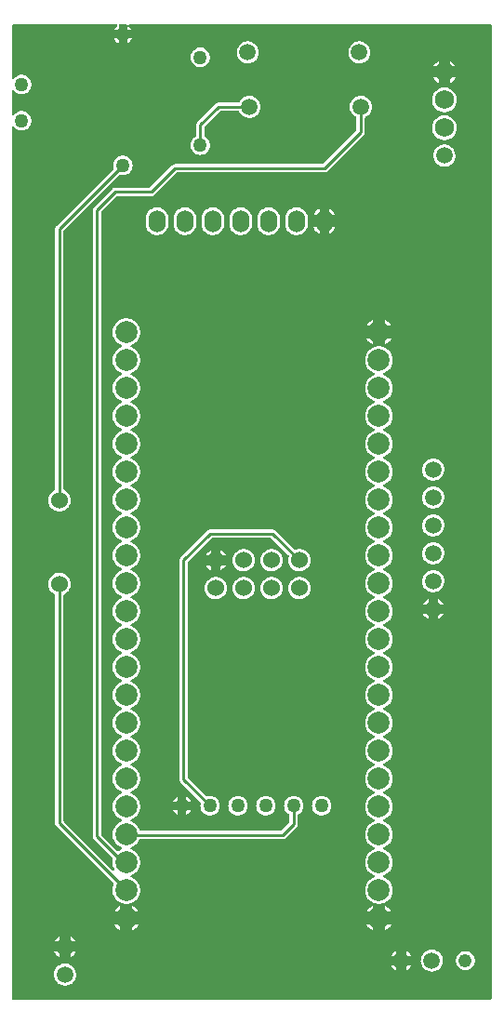
<source format=gbl>
G04 Layer: BottomLayer*
G04 EasyEDA v6.5.40, 2024-04-09 13:00:43*
G04 4b3d86a6f5cb4bb8bf6c6708de4b4b48,df7e7e3c38a3447abd37b529b333d242,10*
G04 Gerber Generator version 0.2*
G04 Scale: 100 percent, Rotated: No, Reflected: No *
G04 Dimensions in millimeters *
G04 leading zeros omitted , absolute positions ,4 integer and 5 decimal *
%FSLAX45Y45*%
%MOMM*%

%ADD10C,0.2540*%
%ADD11C,1.5240*%
%ADD12O,1.5400019999999999X1.9999959999999999*%
%ADD13C,1.5000*%
%ADD14C,1.6510*%
%ADD15C,2.0000*%
%ADD16C,1.2116*%
%ADD17C,1.2600*%
%ADD18C,1.7500*%
%ADD19C,0.0114*%

%LPD*%
G36*
X619760Y1168400D02*
G01*
X615848Y1169162D01*
X612597Y1171397D01*
X610362Y1174648D01*
X609600Y1178560D01*
X609600Y9109710D01*
X610463Y9113824D01*
X612902Y9117228D01*
X616559Y9119311D01*
X620725Y9119819D01*
X624738Y9118549D01*
X627888Y9115755D01*
X631342Y9111183D01*
X640283Y9102242D01*
X650443Y9094622D01*
X661568Y9088526D01*
X673455Y9084106D01*
X685850Y9081414D01*
X698500Y9080500D01*
X711149Y9081414D01*
X723544Y9084106D01*
X735431Y9088526D01*
X746556Y9094622D01*
X756716Y9102242D01*
X765657Y9111183D01*
X773277Y9121343D01*
X779322Y9132468D01*
X783793Y9144355D01*
X786485Y9156750D01*
X787400Y9169400D01*
X786485Y9182049D01*
X783793Y9194444D01*
X779322Y9206331D01*
X773277Y9217456D01*
X765657Y9227616D01*
X756716Y9236557D01*
X746556Y9244177D01*
X735431Y9250273D01*
X723544Y9254693D01*
X711149Y9257385D01*
X698500Y9258300D01*
X685850Y9257385D01*
X673455Y9254693D01*
X661568Y9250273D01*
X650443Y9244177D01*
X640283Y9236557D01*
X631342Y9227616D01*
X627888Y9223044D01*
X624738Y9220250D01*
X620725Y9218980D01*
X616559Y9219488D01*
X612902Y9221571D01*
X610463Y9224975D01*
X609600Y9229090D01*
X609600Y9439910D01*
X610463Y9444024D01*
X612902Y9447428D01*
X616559Y9449511D01*
X620725Y9450019D01*
X624738Y9448749D01*
X627888Y9445955D01*
X631342Y9441383D01*
X640283Y9432442D01*
X650443Y9424822D01*
X661568Y9418726D01*
X673455Y9414306D01*
X685850Y9411614D01*
X698500Y9410700D01*
X711149Y9411614D01*
X723544Y9414306D01*
X735431Y9418726D01*
X746556Y9424822D01*
X756716Y9432442D01*
X765657Y9441383D01*
X773277Y9451543D01*
X779322Y9462668D01*
X783793Y9474555D01*
X786485Y9486950D01*
X787400Y9499600D01*
X786485Y9512249D01*
X783793Y9524644D01*
X779322Y9536531D01*
X773277Y9547656D01*
X765657Y9557816D01*
X756716Y9566757D01*
X746556Y9574377D01*
X735431Y9580473D01*
X723544Y9584893D01*
X711149Y9587585D01*
X698500Y9588500D01*
X685850Y9587585D01*
X673455Y9584893D01*
X661568Y9580473D01*
X650443Y9574377D01*
X640283Y9566757D01*
X631342Y9557816D01*
X627888Y9553244D01*
X624738Y9550450D01*
X620725Y9549180D01*
X616559Y9549688D01*
X612902Y9551771D01*
X610463Y9555175D01*
X609600Y9559290D01*
X609600Y10035540D01*
X610362Y10039451D01*
X612597Y10042702D01*
X615848Y10044938D01*
X619760Y10045700D01*
X1558798Y10045700D01*
X1562912Y10044836D01*
X1566316Y10042398D01*
X1568450Y10038740D01*
X1568907Y10034574D01*
X1567637Y10030561D01*
X1564894Y10027412D01*
X1560271Y10023957D01*
X1551330Y10015016D01*
X1543710Y10004856D01*
X1538173Y9994646D01*
X1580642Y9994646D01*
X1580642Y10035540D01*
X1581404Y10039451D01*
X1583639Y10042702D01*
X1586941Y10044938D01*
X1590802Y10045700D01*
X1646174Y10045700D01*
X1650085Y10044938D01*
X1653387Y10042702D01*
X1655572Y10039451D01*
X1656334Y10035540D01*
X1656334Y9994646D01*
X1698853Y9994646D01*
X1693265Y10004856D01*
X1685645Y10015016D01*
X1676704Y10023957D01*
X1672132Y10027412D01*
X1669338Y10030561D01*
X1668068Y10034574D01*
X1668576Y10038740D01*
X1670710Y10042398D01*
X1674114Y10044836D01*
X1678228Y10045700D01*
X4968240Y10045700D01*
X4972151Y10044938D01*
X4975402Y10042702D01*
X4977638Y10039451D01*
X4978400Y10035540D01*
X4978400Y1185316D01*
X4977638Y1181404D01*
X4975402Y1178102D01*
X4968697Y1171397D01*
X4965395Y1169162D01*
X4961483Y1168400D01*
G37*

%LPC*%
G36*
X1085443Y1296314D02*
G01*
X1098956Y1296314D01*
X1112316Y1298143D01*
X1125270Y1301699D01*
X1137716Y1306931D01*
X1149299Y1313840D01*
X1159865Y1322171D01*
X1169263Y1331874D01*
X1177239Y1342694D01*
X1183690Y1354531D01*
X1188567Y1367129D01*
X1191666Y1380236D01*
X1193038Y1393647D01*
X1192580Y1407109D01*
X1190345Y1420368D01*
X1186332Y1433271D01*
X1180693Y1445463D01*
X1173429Y1456842D01*
X1164742Y1467154D01*
X1154734Y1476197D01*
X1143609Y1483817D01*
X1131570Y1489862D01*
X1118870Y1494282D01*
X1105662Y1496974D01*
X1092200Y1497888D01*
X1078738Y1496974D01*
X1065530Y1494282D01*
X1052830Y1489862D01*
X1040790Y1483817D01*
X1029665Y1476197D01*
X1019657Y1467154D01*
X1010970Y1456842D01*
X1003706Y1445463D01*
X998067Y1433271D01*
X994054Y1420368D01*
X991819Y1407109D01*
X991362Y1393647D01*
X992733Y1380236D01*
X995832Y1367129D01*
X1000709Y1354531D01*
X1007160Y1342694D01*
X1015136Y1331874D01*
X1024534Y1322171D01*
X1035100Y1313840D01*
X1046683Y1306931D01*
X1059129Y1301699D01*
X1072083Y1298143D01*
G37*
G36*
X4425543Y1423365D02*
G01*
X4439056Y1423365D01*
X4452416Y1425143D01*
X4465370Y1428699D01*
X4477816Y1433982D01*
X4489399Y1440840D01*
X4499965Y1449171D01*
X4509363Y1458874D01*
X4517339Y1469694D01*
X4523790Y1481531D01*
X4528667Y1494129D01*
X4531766Y1507236D01*
X4533138Y1520647D01*
X4532680Y1534109D01*
X4530445Y1547368D01*
X4526432Y1560271D01*
X4520793Y1572463D01*
X4513529Y1583842D01*
X4504842Y1594154D01*
X4494834Y1603197D01*
X4483709Y1610817D01*
X4471670Y1616862D01*
X4458970Y1621282D01*
X4445762Y1623974D01*
X4432300Y1624888D01*
X4418838Y1623974D01*
X4405630Y1621282D01*
X4392930Y1616862D01*
X4380890Y1610817D01*
X4369765Y1603197D01*
X4359757Y1594154D01*
X4351070Y1583842D01*
X4343806Y1572463D01*
X4338167Y1560271D01*
X4334154Y1547368D01*
X4331919Y1534109D01*
X4331462Y1520647D01*
X4332833Y1507236D01*
X4335932Y1494129D01*
X4340809Y1481531D01*
X4347260Y1469694D01*
X4355236Y1458874D01*
X4364634Y1449171D01*
X4375200Y1440840D01*
X4386783Y1433982D01*
X4399229Y1428699D01*
X4412183Y1425143D01*
G37*
G36*
X4196740Y1433271D02*
G01*
X4198416Y1433982D01*
X4209999Y1440840D01*
X4220565Y1449171D01*
X4229963Y1458874D01*
X4237939Y1469694D01*
X4243628Y1480159D01*
X4196740Y1480159D01*
G37*
G36*
X4109059Y1433271D02*
G01*
X4109059Y1480159D01*
X4062171Y1480159D01*
X4067860Y1469694D01*
X4075836Y1458874D01*
X4085234Y1449171D01*
X4095800Y1440840D01*
X4107383Y1433982D01*
G37*
G36*
X4737100Y1437538D02*
G01*
X4749393Y1438402D01*
X4761484Y1441043D01*
X4773015Y1445361D01*
X4783836Y1451254D01*
X4793742Y1458671D01*
X4802428Y1467358D01*
X4809845Y1477264D01*
X4815738Y1488084D01*
X4820056Y1499616D01*
X4822698Y1511706D01*
X4823561Y1524000D01*
X4822698Y1536293D01*
X4820056Y1548384D01*
X4815738Y1559915D01*
X4809845Y1570736D01*
X4802428Y1580642D01*
X4793742Y1589328D01*
X4783836Y1596745D01*
X4773015Y1602638D01*
X4761484Y1606956D01*
X4749393Y1609598D01*
X4737100Y1610461D01*
X4724806Y1609598D01*
X4712716Y1606956D01*
X4701184Y1602638D01*
X4690364Y1596745D01*
X4680458Y1589328D01*
X4671771Y1580642D01*
X4664354Y1570736D01*
X4658461Y1559915D01*
X4654143Y1548384D01*
X4651502Y1536293D01*
X4650638Y1524000D01*
X4651502Y1511706D01*
X4654143Y1499616D01*
X4658461Y1488084D01*
X4664354Y1477264D01*
X4671771Y1467358D01*
X4680458Y1458671D01*
X4690364Y1451254D01*
X4701184Y1445361D01*
X4712716Y1441043D01*
X4724806Y1438402D01*
G37*
G36*
X1139850Y1553819D02*
G01*
X1146403Y1557070D01*
X1158189Y1564944D01*
X1168857Y1574342D01*
X1178204Y1585010D01*
X1186129Y1596796D01*
X1189380Y1603349D01*
X1139850Y1603349D01*
G37*
G36*
X1044600Y1553819D02*
G01*
X1044600Y1603349D01*
X995019Y1603349D01*
X998270Y1596796D01*
X1006195Y1585010D01*
X1015542Y1574342D01*
X1026210Y1564944D01*
X1037996Y1557070D01*
G37*
G36*
X4196740Y1567840D02*
G01*
X4243527Y1567840D01*
X4241393Y1572463D01*
X4234129Y1583842D01*
X4225442Y1594154D01*
X4215434Y1603197D01*
X4204309Y1610817D01*
X4196740Y1614627D01*
G37*
G36*
X4062272Y1567840D02*
G01*
X4109059Y1567840D01*
X4109059Y1614627D01*
X4101490Y1610817D01*
X4090365Y1603197D01*
X4080357Y1594154D01*
X4071670Y1583842D01*
X4064406Y1572463D01*
G37*
G36*
X995019Y1698599D02*
G01*
X1044600Y1698599D01*
X1044600Y1748180D01*
X1037996Y1744929D01*
X1026210Y1737004D01*
X1015542Y1727657D01*
X1006195Y1716989D01*
X998270Y1705203D01*
G37*
G36*
X1139850Y1698599D02*
G01*
X1189380Y1698599D01*
X1186129Y1705203D01*
X1178204Y1716989D01*
X1168857Y1727657D01*
X1158189Y1737004D01*
X1146403Y1744929D01*
X1139850Y1748180D01*
G37*
G36*
X4006443Y1798675D02*
G01*
X4008577Y1799640D01*
X4021582Y1807514D01*
X4033570Y1816862D01*
X4044340Y1827631D01*
X4053687Y1839620D01*
X4061561Y1852625D01*
X4062526Y1854758D01*
X4006443Y1854758D01*
G37*
G36*
X3893718Y1798675D02*
G01*
X3893718Y1854758D01*
X3837635Y1854758D01*
X3838600Y1852625D01*
X3846474Y1839620D01*
X3855872Y1827631D01*
X3866591Y1816862D01*
X3878579Y1807514D01*
X3891584Y1799640D01*
G37*
G36*
X1706473Y1798675D02*
G01*
X1708607Y1799640D01*
X1721612Y1807514D01*
X1733600Y1816862D01*
X1744319Y1827631D01*
X1753717Y1839569D01*
X1761591Y1852625D01*
X1762556Y1854758D01*
X1706473Y1854758D01*
G37*
G36*
X1593748Y1798675D02*
G01*
X1593748Y1854758D01*
X1537665Y1854758D01*
X1538630Y1852625D01*
X1546504Y1839569D01*
X1555851Y1827631D01*
X1566621Y1816862D01*
X1578610Y1807514D01*
X1591614Y1799640D01*
G37*
G36*
X3837635Y1967433D02*
G01*
X3893718Y1967433D01*
X3893718Y2023567D01*
X3891584Y2022602D01*
X3878579Y2014728D01*
X3866591Y2005330D01*
X3855872Y1994611D01*
X3846474Y1982622D01*
X3838600Y1969617D01*
G37*
G36*
X1706473Y1967433D02*
G01*
X1762556Y1967433D01*
X1761591Y1969617D01*
X1753717Y1982622D01*
X1744319Y1994611D01*
X1733600Y2005330D01*
X1721612Y2014728D01*
X1708607Y2022551D01*
X1706473Y2023567D01*
G37*
G36*
X1537665Y1967433D02*
G01*
X1593748Y1967433D01*
X1593748Y2023567D01*
X1591614Y2022551D01*
X1578610Y2014728D01*
X1566621Y2005330D01*
X1555851Y1994611D01*
X1546504Y1982622D01*
X1538630Y1969617D01*
G37*
G36*
X4006443Y1967433D02*
G01*
X4062526Y1967433D01*
X4061561Y1969617D01*
X4053687Y1982622D01*
X4044340Y1994611D01*
X4033570Y2005330D01*
X4021582Y2014728D01*
X4008577Y2022602D01*
X4006443Y2023567D01*
G37*
G36*
X3950106Y2039213D02*
G01*
X3965244Y2040128D01*
X3980230Y2042871D01*
X3994658Y2047392D01*
X4008577Y2053640D01*
X4021582Y2061514D01*
X4033570Y2070862D01*
X4044340Y2081631D01*
X4053687Y2093620D01*
X4061561Y2106625D01*
X4067810Y2120442D01*
X4072331Y2134971D01*
X4075074Y2149957D01*
X4075988Y2165096D01*
X4075074Y2180285D01*
X4072331Y2195220D01*
X4067810Y2209749D01*
X4061561Y2223617D01*
X4053687Y2236622D01*
X4044340Y2248611D01*
X4033570Y2259330D01*
X4021582Y2268728D01*
X4008577Y2276602D01*
X3994658Y2282850D01*
X3991508Y2285085D01*
X3989425Y2288336D01*
X3988663Y2292096D01*
X3989425Y2295906D01*
X3991508Y2299157D01*
X3994658Y2301392D01*
X4008577Y2307640D01*
X4021582Y2315514D01*
X4033570Y2324862D01*
X4044340Y2335631D01*
X4053687Y2347620D01*
X4061561Y2360625D01*
X4067810Y2374442D01*
X4072331Y2388971D01*
X4075074Y2403957D01*
X4075988Y2419096D01*
X4075074Y2434285D01*
X4072331Y2449220D01*
X4067810Y2463749D01*
X4061561Y2477617D01*
X4053687Y2490622D01*
X4044340Y2502611D01*
X4033570Y2513330D01*
X4021582Y2522728D01*
X4008577Y2530602D01*
X3994658Y2536850D01*
X3991508Y2539085D01*
X3989425Y2542336D01*
X3988663Y2546096D01*
X3989425Y2549906D01*
X3991508Y2553157D01*
X3994658Y2555392D01*
X4008577Y2561640D01*
X4021582Y2569514D01*
X4033570Y2578862D01*
X4044340Y2589631D01*
X4053687Y2601620D01*
X4061561Y2614625D01*
X4067810Y2628442D01*
X4072331Y2642971D01*
X4075074Y2657957D01*
X4075988Y2673096D01*
X4075074Y2688285D01*
X4072331Y2703220D01*
X4067810Y2717749D01*
X4061561Y2731617D01*
X4053687Y2744622D01*
X4044340Y2756611D01*
X4033570Y2767330D01*
X4021582Y2776728D01*
X4008577Y2784602D01*
X3994658Y2790850D01*
X3991508Y2793085D01*
X3989425Y2796336D01*
X3988663Y2800096D01*
X3989425Y2803906D01*
X3991508Y2807157D01*
X3994658Y2809392D01*
X4008577Y2815640D01*
X4021582Y2823514D01*
X4033570Y2832862D01*
X4044340Y2843631D01*
X4053687Y2855569D01*
X4061561Y2868625D01*
X4067810Y2882442D01*
X4072331Y2896971D01*
X4075074Y2911906D01*
X4075988Y2927096D01*
X4075074Y2942285D01*
X4072331Y2957220D01*
X4067810Y2971749D01*
X4061561Y2985617D01*
X4053687Y2998622D01*
X4044340Y3010611D01*
X4033570Y3021330D01*
X4021582Y3030728D01*
X4008577Y3038551D01*
X3994658Y3044850D01*
X3991508Y3047085D01*
X3989425Y3050336D01*
X3988663Y3054096D01*
X3989425Y3057906D01*
X3991508Y3061157D01*
X3994658Y3063392D01*
X4008577Y3069640D01*
X4021582Y3077514D01*
X4033570Y3086862D01*
X4044340Y3097631D01*
X4053687Y3109569D01*
X4061561Y3122625D01*
X4067810Y3136442D01*
X4072331Y3150971D01*
X4075074Y3165906D01*
X4075988Y3181096D01*
X4075074Y3196285D01*
X4072331Y3211220D01*
X4067810Y3225749D01*
X4061561Y3239617D01*
X4053687Y3252622D01*
X4044340Y3264611D01*
X4033570Y3275329D01*
X4021582Y3284728D01*
X4008577Y3292551D01*
X3994658Y3298850D01*
X3991508Y3301085D01*
X3989425Y3304336D01*
X3988663Y3308096D01*
X3989425Y3311906D01*
X3991508Y3315157D01*
X3994658Y3317392D01*
X4008577Y3323640D01*
X4021582Y3331514D01*
X4033570Y3340862D01*
X4044340Y3351631D01*
X4053687Y3363569D01*
X4061561Y3376625D01*
X4067810Y3390442D01*
X4072331Y3404971D01*
X4075074Y3419906D01*
X4075988Y3435096D01*
X4075074Y3450285D01*
X4072331Y3465220D01*
X4067810Y3479749D01*
X4061561Y3493617D01*
X4053687Y3506622D01*
X4044340Y3518611D01*
X4033570Y3529329D01*
X4021582Y3538728D01*
X4008577Y3546551D01*
X3994658Y3552850D01*
X3991508Y3555085D01*
X3989425Y3558336D01*
X3988663Y3562096D01*
X3989425Y3565906D01*
X3991508Y3569157D01*
X3994658Y3571392D01*
X4008577Y3577640D01*
X4021582Y3585514D01*
X4033570Y3594862D01*
X4044340Y3605631D01*
X4053687Y3617569D01*
X4061561Y3630625D01*
X4067810Y3644442D01*
X4072331Y3658971D01*
X4075074Y3673906D01*
X4075988Y3689096D01*
X4075074Y3704285D01*
X4072331Y3719220D01*
X4067810Y3733749D01*
X4061561Y3747617D01*
X4053687Y3760622D01*
X4044340Y3772560D01*
X4033570Y3783329D01*
X4021582Y3792728D01*
X4008577Y3800551D01*
X3994658Y3806850D01*
X3991508Y3809085D01*
X3989425Y3812336D01*
X3988663Y3816096D01*
X3989425Y3819906D01*
X3991508Y3823157D01*
X3994658Y3825392D01*
X4008577Y3831640D01*
X4021582Y3839514D01*
X4033570Y3848862D01*
X4044340Y3859631D01*
X4053687Y3871569D01*
X4061561Y3884625D01*
X4067810Y3898442D01*
X4072331Y3912971D01*
X4075074Y3927906D01*
X4075988Y3943096D01*
X4075074Y3958285D01*
X4072331Y3973220D01*
X4067810Y3987749D01*
X4061561Y4001617D01*
X4053687Y4014622D01*
X4044340Y4026611D01*
X4033570Y4037329D01*
X4021582Y4046728D01*
X4008577Y4054551D01*
X3994658Y4060850D01*
X3991508Y4063085D01*
X3989425Y4066336D01*
X3988663Y4070096D01*
X3989425Y4073906D01*
X3991508Y4077157D01*
X3994658Y4079392D01*
X4008577Y4085640D01*
X4021582Y4093514D01*
X4033570Y4102862D01*
X4044340Y4113631D01*
X4053687Y4125569D01*
X4061561Y4138625D01*
X4067810Y4152442D01*
X4072331Y4166971D01*
X4075074Y4181906D01*
X4075988Y4197096D01*
X4075074Y4212285D01*
X4072331Y4227220D01*
X4067810Y4241749D01*
X4061561Y4255617D01*
X4053687Y4268622D01*
X4044340Y4280560D01*
X4033570Y4291330D01*
X4021582Y4300728D01*
X4008577Y4308551D01*
X3994658Y4314850D01*
X3991508Y4317085D01*
X3989425Y4320286D01*
X3988663Y4324096D01*
X3989425Y4327906D01*
X3991508Y4331157D01*
X3994658Y4333392D01*
X4008577Y4339640D01*
X4021582Y4347514D01*
X4033570Y4356862D01*
X4044340Y4367631D01*
X4053687Y4379569D01*
X4061561Y4392625D01*
X4067810Y4406442D01*
X4072331Y4420971D01*
X4075074Y4435906D01*
X4075988Y4451096D01*
X4075074Y4466285D01*
X4072331Y4481220D01*
X4067810Y4495749D01*
X4061561Y4509617D01*
X4053687Y4522622D01*
X4044340Y4534560D01*
X4033570Y4545330D01*
X4021582Y4554728D01*
X4008577Y4562551D01*
X3994658Y4568850D01*
X3991508Y4571085D01*
X3989425Y4574286D01*
X3988663Y4578096D01*
X3989425Y4581906D01*
X3991508Y4585157D01*
X3994658Y4587392D01*
X4008577Y4593640D01*
X4021582Y4601514D01*
X4033570Y4610862D01*
X4044340Y4621631D01*
X4053687Y4633569D01*
X4061561Y4646625D01*
X4067810Y4660442D01*
X4072331Y4674971D01*
X4075074Y4689906D01*
X4075988Y4705096D01*
X4075074Y4720285D01*
X4072331Y4735220D01*
X4067810Y4749749D01*
X4061561Y4763617D01*
X4053687Y4776622D01*
X4044340Y4788560D01*
X4033570Y4799330D01*
X4021582Y4808728D01*
X4008577Y4816551D01*
X3994658Y4822850D01*
X3991508Y4825085D01*
X3989425Y4828286D01*
X3988663Y4832096D01*
X3989425Y4835906D01*
X3991508Y4839157D01*
X3994658Y4841392D01*
X4008577Y4847640D01*
X4021582Y4855514D01*
X4033570Y4864862D01*
X4044340Y4875631D01*
X4053687Y4887569D01*
X4061561Y4900574D01*
X4067810Y4914442D01*
X4072331Y4928971D01*
X4075074Y4943906D01*
X4075988Y4959096D01*
X4075074Y4974285D01*
X4072331Y4989220D01*
X4067810Y5003749D01*
X4061561Y5017617D01*
X4053687Y5030622D01*
X4044340Y5042560D01*
X4033570Y5053330D01*
X4021582Y5062728D01*
X4008577Y5070551D01*
X3994658Y5076850D01*
X3991508Y5079085D01*
X3989425Y5082286D01*
X3988663Y5086096D01*
X3989425Y5089906D01*
X3991508Y5093157D01*
X3994658Y5095392D01*
X4008577Y5101640D01*
X4021582Y5109514D01*
X4033570Y5118862D01*
X4044340Y5129631D01*
X4053687Y5141569D01*
X4061561Y5154625D01*
X4067810Y5168442D01*
X4072331Y5182971D01*
X4075074Y5197906D01*
X4075988Y5213096D01*
X4075074Y5228285D01*
X4072331Y5243220D01*
X4067810Y5257749D01*
X4061561Y5271617D01*
X4053687Y5284622D01*
X4044340Y5296560D01*
X4033570Y5307330D01*
X4021582Y5316728D01*
X4008577Y5324551D01*
X3994658Y5330850D01*
X3991508Y5333085D01*
X3989425Y5336286D01*
X3988663Y5340096D01*
X3989425Y5343906D01*
X3991508Y5347157D01*
X3994658Y5349392D01*
X4008577Y5355640D01*
X4021582Y5363514D01*
X4033570Y5372862D01*
X4044340Y5383631D01*
X4053687Y5395569D01*
X4061561Y5408574D01*
X4067810Y5422442D01*
X4072331Y5436971D01*
X4075074Y5451906D01*
X4075988Y5467096D01*
X4075074Y5482285D01*
X4072331Y5497220D01*
X4067810Y5511749D01*
X4061561Y5525617D01*
X4053687Y5538622D01*
X4044340Y5550560D01*
X4033570Y5561330D01*
X4021582Y5570728D01*
X4008577Y5578551D01*
X3994658Y5584850D01*
X3991508Y5587085D01*
X3989425Y5590286D01*
X3988663Y5594096D01*
X3989425Y5597906D01*
X3991508Y5601157D01*
X3994658Y5603341D01*
X4008577Y5609640D01*
X4021582Y5617514D01*
X4033570Y5626862D01*
X4044340Y5637631D01*
X4053687Y5649569D01*
X4061561Y5662574D01*
X4067810Y5676442D01*
X4072331Y5690971D01*
X4075074Y5705906D01*
X4075988Y5721096D01*
X4075074Y5736285D01*
X4072331Y5751220D01*
X4067810Y5765749D01*
X4061561Y5779617D01*
X4053687Y5792622D01*
X4044340Y5804560D01*
X4033570Y5815330D01*
X4021582Y5824728D01*
X4008577Y5832551D01*
X3994658Y5838850D01*
X3991508Y5841085D01*
X3989425Y5844286D01*
X3988663Y5848096D01*
X3989425Y5851906D01*
X3991508Y5855157D01*
X3994658Y5857341D01*
X4008577Y5863640D01*
X4021582Y5871514D01*
X4033570Y5880862D01*
X4044340Y5891631D01*
X4053687Y5903569D01*
X4061561Y5916574D01*
X4067810Y5930442D01*
X4072331Y5944971D01*
X4075074Y5959906D01*
X4075988Y5975096D01*
X4075074Y5990285D01*
X4072331Y6005220D01*
X4067810Y6019749D01*
X4061561Y6033617D01*
X4053687Y6046622D01*
X4044340Y6058560D01*
X4033570Y6069330D01*
X4021582Y6078728D01*
X4008577Y6086551D01*
X3994658Y6092850D01*
X3991508Y6095085D01*
X3989425Y6098286D01*
X3988663Y6102096D01*
X3989425Y6105906D01*
X3991508Y6109157D01*
X3994658Y6111341D01*
X4008577Y6117640D01*
X4021582Y6125514D01*
X4033570Y6134862D01*
X4044340Y6145631D01*
X4053687Y6157569D01*
X4061561Y6170574D01*
X4067810Y6184442D01*
X4072331Y6198971D01*
X4075074Y6213906D01*
X4075988Y6229096D01*
X4075074Y6244285D01*
X4072331Y6259220D01*
X4067810Y6273749D01*
X4061561Y6287617D01*
X4053687Y6300622D01*
X4044340Y6312560D01*
X4033570Y6323330D01*
X4021582Y6332728D01*
X4008577Y6340551D01*
X3994658Y6346850D01*
X3991508Y6349085D01*
X3989425Y6352286D01*
X3988663Y6356096D01*
X3989425Y6359906D01*
X3991508Y6363157D01*
X3994658Y6365341D01*
X4008577Y6371640D01*
X4021582Y6379514D01*
X4033570Y6388862D01*
X4044340Y6399631D01*
X4053687Y6411569D01*
X4061561Y6424574D01*
X4067810Y6438442D01*
X4072331Y6452971D01*
X4075074Y6467906D01*
X4075988Y6483096D01*
X4075074Y6498285D01*
X4072331Y6513220D01*
X4067810Y6527749D01*
X4061561Y6541617D01*
X4053687Y6554622D01*
X4044340Y6566560D01*
X4033570Y6577330D01*
X4021582Y6586728D01*
X4008577Y6594551D01*
X3994658Y6600850D01*
X3991508Y6603085D01*
X3989425Y6606286D01*
X3988663Y6610096D01*
X3989425Y6613906D01*
X3991508Y6617157D01*
X3994658Y6619341D01*
X4008577Y6625640D01*
X4021582Y6633514D01*
X4033570Y6642862D01*
X4044340Y6653631D01*
X4053687Y6665569D01*
X4061561Y6678574D01*
X4067810Y6692442D01*
X4072331Y6706971D01*
X4075074Y6721906D01*
X4075988Y6737096D01*
X4075074Y6752285D01*
X4072331Y6767220D01*
X4067810Y6781749D01*
X4061561Y6795617D01*
X4053687Y6808622D01*
X4044340Y6820560D01*
X4033570Y6831330D01*
X4021582Y6840728D01*
X4008577Y6848551D01*
X3994658Y6854850D01*
X3991508Y6857085D01*
X3989425Y6860286D01*
X3988663Y6864096D01*
X3989425Y6867906D01*
X3991508Y6871157D01*
X3994658Y6873341D01*
X4008577Y6879640D01*
X4021582Y6887514D01*
X4033570Y6896862D01*
X4044340Y6907631D01*
X4053687Y6919569D01*
X4061561Y6932574D01*
X4067810Y6946442D01*
X4072331Y6960971D01*
X4075074Y6975906D01*
X4075988Y6991096D01*
X4075074Y7006285D01*
X4072331Y7021220D01*
X4067810Y7035749D01*
X4061561Y7049617D01*
X4053687Y7062622D01*
X4044340Y7074560D01*
X4033570Y7085330D01*
X4021582Y7094728D01*
X4008577Y7102551D01*
X3994658Y7108850D01*
X3980230Y7113320D01*
X3965244Y7116064D01*
X3950106Y7116978D01*
X3934917Y7116064D01*
X3919982Y7113320D01*
X3905504Y7108850D01*
X3891584Y7102551D01*
X3878579Y7094728D01*
X3866591Y7085330D01*
X3855872Y7074560D01*
X3846474Y7062622D01*
X3838600Y7049617D01*
X3832402Y7035749D01*
X3827881Y7021220D01*
X3825138Y7006285D01*
X3824224Y6991096D01*
X3825138Y6975906D01*
X3827881Y6960971D01*
X3832402Y6946442D01*
X3838600Y6932574D01*
X3846474Y6919569D01*
X3855872Y6907631D01*
X3866591Y6896862D01*
X3878579Y6887514D01*
X3891584Y6879640D01*
X3905504Y6873341D01*
X3908653Y6871157D01*
X3910787Y6867906D01*
X3911498Y6864096D01*
X3910787Y6860286D01*
X3908653Y6857085D01*
X3905504Y6854850D01*
X3891584Y6848551D01*
X3878579Y6840728D01*
X3866591Y6831330D01*
X3855872Y6820560D01*
X3846474Y6808622D01*
X3838600Y6795617D01*
X3832402Y6781749D01*
X3827881Y6767220D01*
X3825138Y6752285D01*
X3824224Y6737096D01*
X3825138Y6721906D01*
X3827881Y6706971D01*
X3832402Y6692442D01*
X3838600Y6678574D01*
X3846474Y6665569D01*
X3855872Y6653631D01*
X3866591Y6642862D01*
X3878579Y6633514D01*
X3891584Y6625640D01*
X3905504Y6619341D01*
X3908653Y6617157D01*
X3910787Y6613906D01*
X3911498Y6610096D01*
X3910787Y6606286D01*
X3908653Y6603085D01*
X3905504Y6600850D01*
X3891584Y6594551D01*
X3878579Y6586728D01*
X3866591Y6577330D01*
X3855872Y6566560D01*
X3846474Y6554622D01*
X3838600Y6541617D01*
X3832402Y6527749D01*
X3827881Y6513220D01*
X3825138Y6498285D01*
X3824224Y6483096D01*
X3825138Y6467906D01*
X3827881Y6452971D01*
X3832402Y6438442D01*
X3838600Y6424574D01*
X3846474Y6411569D01*
X3855872Y6399631D01*
X3866591Y6388862D01*
X3878579Y6379514D01*
X3891584Y6371640D01*
X3905504Y6365341D01*
X3908653Y6363157D01*
X3910787Y6359906D01*
X3911498Y6356096D01*
X3910787Y6352286D01*
X3908653Y6349085D01*
X3905504Y6346850D01*
X3891584Y6340551D01*
X3878579Y6332728D01*
X3866591Y6323330D01*
X3855872Y6312560D01*
X3846474Y6300622D01*
X3838600Y6287617D01*
X3832402Y6273749D01*
X3827881Y6259220D01*
X3825138Y6244285D01*
X3824224Y6229096D01*
X3825138Y6213906D01*
X3827881Y6198971D01*
X3832402Y6184442D01*
X3838600Y6170574D01*
X3846474Y6157569D01*
X3855872Y6145631D01*
X3866591Y6134862D01*
X3878579Y6125514D01*
X3891584Y6117640D01*
X3905504Y6111341D01*
X3908653Y6109157D01*
X3910787Y6105906D01*
X3911498Y6102096D01*
X3910787Y6098286D01*
X3908653Y6095085D01*
X3905504Y6092850D01*
X3891584Y6086551D01*
X3878579Y6078728D01*
X3866591Y6069330D01*
X3855872Y6058560D01*
X3846474Y6046622D01*
X3838600Y6033617D01*
X3832402Y6019749D01*
X3827881Y6005220D01*
X3825138Y5990285D01*
X3824224Y5975096D01*
X3825138Y5959906D01*
X3827881Y5944971D01*
X3832402Y5930442D01*
X3838600Y5916574D01*
X3846474Y5903569D01*
X3855872Y5891631D01*
X3866591Y5880862D01*
X3878579Y5871514D01*
X3891584Y5863640D01*
X3905504Y5857341D01*
X3908653Y5855157D01*
X3910787Y5851906D01*
X3911498Y5848096D01*
X3910787Y5844286D01*
X3908653Y5841085D01*
X3905504Y5838850D01*
X3891584Y5832551D01*
X3878579Y5824728D01*
X3866591Y5815330D01*
X3855872Y5804560D01*
X3846474Y5792622D01*
X3838600Y5779617D01*
X3832402Y5765749D01*
X3827881Y5751220D01*
X3825138Y5736285D01*
X3824224Y5721096D01*
X3825138Y5705906D01*
X3827881Y5690971D01*
X3832402Y5676442D01*
X3838600Y5662574D01*
X3846474Y5649569D01*
X3855872Y5637631D01*
X3866591Y5626862D01*
X3878579Y5617514D01*
X3891584Y5609640D01*
X3905504Y5603341D01*
X3908653Y5601157D01*
X3910787Y5597906D01*
X3911498Y5594096D01*
X3910787Y5590286D01*
X3908653Y5587085D01*
X3905504Y5584850D01*
X3891584Y5578551D01*
X3878579Y5570728D01*
X3866591Y5561330D01*
X3855872Y5550560D01*
X3846474Y5538622D01*
X3838600Y5525617D01*
X3832402Y5511749D01*
X3827881Y5497220D01*
X3825138Y5482285D01*
X3824224Y5467096D01*
X3825138Y5451906D01*
X3827881Y5436971D01*
X3832402Y5422442D01*
X3838600Y5408574D01*
X3846474Y5395569D01*
X3855872Y5383631D01*
X3866591Y5372862D01*
X3878579Y5363514D01*
X3891584Y5355640D01*
X3905504Y5349392D01*
X3908653Y5347157D01*
X3910787Y5343906D01*
X3911498Y5340096D01*
X3910787Y5336286D01*
X3908653Y5333085D01*
X3905504Y5330850D01*
X3891584Y5324551D01*
X3878579Y5316728D01*
X3866591Y5307330D01*
X3855872Y5296560D01*
X3846474Y5284622D01*
X3838600Y5271617D01*
X3832402Y5257749D01*
X3827881Y5243220D01*
X3825138Y5228285D01*
X3824224Y5213096D01*
X3825138Y5197906D01*
X3827881Y5182971D01*
X3832402Y5168442D01*
X3838600Y5154625D01*
X3846474Y5141569D01*
X3855872Y5129631D01*
X3866591Y5118862D01*
X3878579Y5109514D01*
X3891584Y5101640D01*
X3905504Y5095392D01*
X3908653Y5093157D01*
X3910787Y5089906D01*
X3911498Y5086096D01*
X3910787Y5082286D01*
X3908653Y5079085D01*
X3905504Y5076850D01*
X3891584Y5070551D01*
X3878579Y5062728D01*
X3866591Y5053330D01*
X3855872Y5042560D01*
X3846474Y5030622D01*
X3838600Y5017617D01*
X3832402Y5003749D01*
X3827881Y4989220D01*
X3825138Y4974285D01*
X3824224Y4959096D01*
X3825138Y4943906D01*
X3827881Y4928971D01*
X3832402Y4914442D01*
X3838600Y4900574D01*
X3846474Y4887569D01*
X3855872Y4875631D01*
X3866591Y4864862D01*
X3878579Y4855514D01*
X3891584Y4847640D01*
X3905504Y4841392D01*
X3908653Y4839157D01*
X3910787Y4835906D01*
X3911498Y4832096D01*
X3910787Y4828286D01*
X3908653Y4825085D01*
X3905504Y4822850D01*
X3891584Y4816551D01*
X3878579Y4808728D01*
X3866591Y4799330D01*
X3855872Y4788560D01*
X3846474Y4776622D01*
X3838600Y4763617D01*
X3832402Y4749749D01*
X3827881Y4735220D01*
X3825138Y4720285D01*
X3824224Y4705096D01*
X3825138Y4689906D01*
X3827881Y4674971D01*
X3832402Y4660442D01*
X3838600Y4646625D01*
X3846474Y4633569D01*
X3855872Y4621631D01*
X3866591Y4610862D01*
X3878579Y4601514D01*
X3891584Y4593640D01*
X3905504Y4587392D01*
X3908653Y4585157D01*
X3910787Y4581906D01*
X3911498Y4578096D01*
X3910787Y4574286D01*
X3908653Y4571085D01*
X3905504Y4568850D01*
X3891584Y4562551D01*
X3878579Y4554728D01*
X3866591Y4545330D01*
X3855872Y4534560D01*
X3846474Y4522622D01*
X3838600Y4509617D01*
X3832402Y4495749D01*
X3827881Y4481220D01*
X3825138Y4466285D01*
X3824224Y4451096D01*
X3825138Y4435906D01*
X3827881Y4420971D01*
X3832402Y4406442D01*
X3838600Y4392625D01*
X3846474Y4379569D01*
X3855872Y4367631D01*
X3866591Y4356862D01*
X3878579Y4347514D01*
X3891584Y4339640D01*
X3905504Y4333392D01*
X3908653Y4331157D01*
X3910787Y4327906D01*
X3911498Y4324096D01*
X3910787Y4320286D01*
X3908653Y4317085D01*
X3905504Y4314850D01*
X3891584Y4308551D01*
X3878579Y4300728D01*
X3866591Y4291330D01*
X3855872Y4280560D01*
X3846474Y4268622D01*
X3838600Y4255617D01*
X3832402Y4241749D01*
X3827881Y4227220D01*
X3825138Y4212285D01*
X3824224Y4197096D01*
X3825138Y4181906D01*
X3827881Y4166971D01*
X3832402Y4152442D01*
X3838600Y4138625D01*
X3846474Y4125569D01*
X3855872Y4113631D01*
X3866591Y4102862D01*
X3878579Y4093514D01*
X3891584Y4085640D01*
X3905504Y4079392D01*
X3908653Y4077157D01*
X3910787Y4073906D01*
X3911498Y4070096D01*
X3910787Y4066336D01*
X3908653Y4063085D01*
X3905504Y4060850D01*
X3891584Y4054551D01*
X3878579Y4046728D01*
X3866591Y4037329D01*
X3855872Y4026611D01*
X3846474Y4014622D01*
X3838600Y4001617D01*
X3832402Y3987749D01*
X3827881Y3973220D01*
X3825138Y3958285D01*
X3824224Y3943096D01*
X3825138Y3927906D01*
X3827881Y3912971D01*
X3832402Y3898442D01*
X3838600Y3884625D01*
X3846474Y3871569D01*
X3855872Y3859631D01*
X3866591Y3848862D01*
X3878579Y3839514D01*
X3891584Y3831640D01*
X3905504Y3825392D01*
X3908653Y3823157D01*
X3910787Y3819906D01*
X3911498Y3816096D01*
X3910787Y3812336D01*
X3908653Y3809085D01*
X3905504Y3806850D01*
X3891584Y3800551D01*
X3878579Y3792728D01*
X3866591Y3783329D01*
X3855872Y3772560D01*
X3846474Y3760622D01*
X3838600Y3747617D01*
X3832402Y3733749D01*
X3827881Y3719220D01*
X3825138Y3704285D01*
X3824224Y3689096D01*
X3825138Y3673906D01*
X3827881Y3658971D01*
X3832402Y3644442D01*
X3838600Y3630625D01*
X3846474Y3617569D01*
X3855872Y3605631D01*
X3866591Y3594862D01*
X3878579Y3585514D01*
X3891584Y3577640D01*
X3905504Y3571392D01*
X3908653Y3569157D01*
X3910787Y3565906D01*
X3911498Y3562096D01*
X3910787Y3558336D01*
X3908653Y3555085D01*
X3905504Y3552850D01*
X3891584Y3546551D01*
X3878579Y3538728D01*
X3866591Y3529329D01*
X3855872Y3518611D01*
X3846474Y3506622D01*
X3838600Y3493617D01*
X3832402Y3479749D01*
X3827881Y3465220D01*
X3825138Y3450285D01*
X3824224Y3435096D01*
X3825138Y3419906D01*
X3827881Y3404971D01*
X3832402Y3390442D01*
X3838600Y3376625D01*
X3846474Y3363569D01*
X3855872Y3351631D01*
X3866591Y3340862D01*
X3878579Y3331514D01*
X3891584Y3323640D01*
X3905504Y3317392D01*
X3908653Y3315157D01*
X3910787Y3311906D01*
X3911498Y3308096D01*
X3910787Y3304336D01*
X3908653Y3301085D01*
X3905504Y3298850D01*
X3891584Y3292551D01*
X3878579Y3284728D01*
X3866591Y3275329D01*
X3855872Y3264611D01*
X3846474Y3252622D01*
X3838600Y3239617D01*
X3832402Y3225749D01*
X3827881Y3211220D01*
X3825138Y3196285D01*
X3824224Y3181096D01*
X3825138Y3165906D01*
X3827881Y3150971D01*
X3832402Y3136442D01*
X3838600Y3122625D01*
X3846474Y3109569D01*
X3855872Y3097631D01*
X3866591Y3086862D01*
X3878579Y3077514D01*
X3891584Y3069640D01*
X3905504Y3063392D01*
X3908653Y3061157D01*
X3910787Y3057906D01*
X3911498Y3054096D01*
X3910787Y3050336D01*
X3908653Y3047085D01*
X3905504Y3044850D01*
X3891584Y3038551D01*
X3878579Y3030728D01*
X3866591Y3021330D01*
X3855872Y3010611D01*
X3846474Y2998622D01*
X3838600Y2985617D01*
X3832402Y2971749D01*
X3827881Y2957220D01*
X3825138Y2942285D01*
X3824224Y2927096D01*
X3825138Y2911906D01*
X3827881Y2896971D01*
X3832402Y2882442D01*
X3838600Y2868625D01*
X3846474Y2855569D01*
X3855872Y2843631D01*
X3866591Y2832862D01*
X3878579Y2823514D01*
X3891584Y2815640D01*
X3905504Y2809392D01*
X3908653Y2807157D01*
X3910787Y2803906D01*
X3911498Y2800096D01*
X3910787Y2796336D01*
X3908653Y2793085D01*
X3905504Y2790850D01*
X3891584Y2784602D01*
X3878579Y2776728D01*
X3866591Y2767330D01*
X3855872Y2756611D01*
X3846474Y2744622D01*
X3838600Y2731617D01*
X3832402Y2717749D01*
X3827881Y2703220D01*
X3825138Y2688285D01*
X3824224Y2673096D01*
X3825138Y2657957D01*
X3827881Y2642971D01*
X3832402Y2628442D01*
X3838600Y2614625D01*
X3846474Y2601620D01*
X3855872Y2589631D01*
X3866591Y2578862D01*
X3878579Y2569514D01*
X3891584Y2561640D01*
X3905504Y2555392D01*
X3908653Y2553157D01*
X3910787Y2549906D01*
X3911498Y2546096D01*
X3910787Y2542336D01*
X3908653Y2539085D01*
X3905504Y2536850D01*
X3891584Y2530602D01*
X3878579Y2522728D01*
X3866591Y2513330D01*
X3855872Y2502611D01*
X3846474Y2490622D01*
X3838600Y2477617D01*
X3832402Y2463749D01*
X3827881Y2449220D01*
X3825138Y2434285D01*
X3824224Y2419096D01*
X3825138Y2403957D01*
X3827881Y2388971D01*
X3832402Y2374442D01*
X3838600Y2360625D01*
X3846474Y2347620D01*
X3855872Y2335631D01*
X3866591Y2324862D01*
X3878579Y2315514D01*
X3891584Y2307640D01*
X3905504Y2301392D01*
X3908653Y2299157D01*
X3910787Y2295906D01*
X3911498Y2292096D01*
X3910787Y2288336D01*
X3908653Y2285085D01*
X3905504Y2282850D01*
X3891584Y2276602D01*
X3878579Y2268728D01*
X3866591Y2259330D01*
X3855872Y2248611D01*
X3846474Y2236622D01*
X3838600Y2223617D01*
X3832402Y2209749D01*
X3827881Y2195220D01*
X3825138Y2180285D01*
X3824224Y2165096D01*
X3825138Y2149957D01*
X3827881Y2134971D01*
X3832402Y2120442D01*
X3838600Y2106625D01*
X3846474Y2093620D01*
X3855872Y2081631D01*
X3866591Y2070862D01*
X3878579Y2061514D01*
X3891584Y2053640D01*
X3905504Y2047392D01*
X3919982Y2042871D01*
X3934917Y2040128D01*
G37*
G36*
X1650085Y2039213D02*
G01*
X1665274Y2040128D01*
X1680210Y2042871D01*
X1694688Y2047392D01*
X1708607Y2053640D01*
X1721612Y2061514D01*
X1733600Y2070862D01*
X1744319Y2081631D01*
X1753717Y2093569D01*
X1761591Y2106625D01*
X1767789Y2120442D01*
X1772310Y2134971D01*
X1775053Y2149906D01*
X1775968Y2165096D01*
X1775053Y2180285D01*
X1772310Y2195220D01*
X1767789Y2209749D01*
X1761591Y2223617D01*
X1753717Y2236622D01*
X1744319Y2248611D01*
X1733600Y2259330D01*
X1721612Y2268728D01*
X1708607Y2276551D01*
X1694688Y2282850D01*
X1691538Y2285085D01*
X1689404Y2288336D01*
X1688693Y2292096D01*
X1689404Y2295906D01*
X1691538Y2299157D01*
X1694688Y2301392D01*
X1708607Y2307640D01*
X1721612Y2315514D01*
X1733600Y2324862D01*
X1744319Y2335631D01*
X1753717Y2347569D01*
X1761591Y2360625D01*
X1767789Y2374442D01*
X1772310Y2388971D01*
X1775053Y2403906D01*
X1775968Y2419096D01*
X1775053Y2434285D01*
X1772310Y2449220D01*
X1767789Y2463749D01*
X1761591Y2477617D01*
X1753717Y2490622D01*
X1744319Y2502611D01*
X1733600Y2513330D01*
X1721612Y2522728D01*
X1708607Y2530551D01*
X1694688Y2536850D01*
X1691538Y2539085D01*
X1689404Y2542336D01*
X1688693Y2546096D01*
X1689404Y2549906D01*
X1691538Y2553157D01*
X1694688Y2555392D01*
X1708607Y2561640D01*
X1721612Y2569514D01*
X1733600Y2578862D01*
X1744319Y2589631D01*
X1753717Y2601569D01*
X1761591Y2614625D01*
X1765096Y2622397D01*
X1767281Y2625547D01*
X1770532Y2627680D01*
X1774342Y2628392D01*
X3072892Y2628392D01*
X3080918Y2629204D01*
X3088132Y2631389D01*
X3094837Y2634945D01*
X3101035Y2640076D01*
X3201924Y2740964D01*
X3207054Y2747162D01*
X3210610Y2753868D01*
X3212795Y2761081D01*
X3213608Y2769108D01*
X3213608Y2848660D01*
X3214268Y2852216D01*
X3216097Y2855315D01*
X3218891Y2857550D01*
X3223056Y2859836D01*
X3233216Y2867406D01*
X3242157Y2876397D01*
X3249777Y2886557D01*
X3255822Y2897682D01*
X3260293Y2909570D01*
X3262985Y2921965D01*
X3263900Y2934614D01*
X3262985Y2947263D01*
X3260293Y2959658D01*
X3255822Y2971546D01*
X3249777Y2982671D01*
X3242157Y2992780D01*
X3233216Y3001772D01*
X3223056Y3009392D01*
X3211931Y3015437D01*
X3200044Y3019856D01*
X3187649Y3022600D01*
X3175000Y3023463D01*
X3162350Y3022600D01*
X3149955Y3019856D01*
X3138068Y3015437D01*
X3126943Y3009392D01*
X3116783Y3001772D01*
X3107842Y2992780D01*
X3100222Y2982671D01*
X3094126Y2971546D01*
X3089706Y2959658D01*
X3087014Y2947263D01*
X3086100Y2934614D01*
X3087014Y2921965D01*
X3089706Y2909570D01*
X3094126Y2897682D01*
X3100222Y2886557D01*
X3107842Y2876397D01*
X3116783Y2867406D01*
X3126943Y2859836D01*
X3131108Y2857550D01*
X3133902Y2855315D01*
X3135731Y2852166D01*
X3136392Y2848660D01*
X3136392Y2788818D01*
X3135630Y2784906D01*
X3133394Y2781604D01*
X3060395Y2708605D01*
X3057093Y2706370D01*
X3053181Y2705608D01*
X1779066Y2705608D01*
X1774901Y2706522D01*
X1771446Y2709011D01*
X1769364Y2712720D01*
X1767789Y2717749D01*
X1761591Y2731617D01*
X1753717Y2744622D01*
X1744319Y2756611D01*
X1733600Y2767330D01*
X1721612Y2776728D01*
X1708607Y2784551D01*
X1694688Y2790850D01*
X1691538Y2793085D01*
X1689404Y2796336D01*
X1688693Y2800096D01*
X1689404Y2803906D01*
X1691538Y2807157D01*
X1694688Y2809392D01*
X1708607Y2815640D01*
X1721612Y2823514D01*
X1733600Y2832862D01*
X1744319Y2843631D01*
X1753717Y2855569D01*
X1761591Y2868625D01*
X1767789Y2882442D01*
X1772310Y2896971D01*
X1775053Y2911906D01*
X1775968Y2927096D01*
X1775053Y2942285D01*
X1772310Y2957220D01*
X1767789Y2971749D01*
X1761591Y2985617D01*
X1753717Y2998622D01*
X1744319Y3010560D01*
X1733600Y3021330D01*
X1721612Y3030728D01*
X1708607Y3038551D01*
X1694688Y3044850D01*
X1691538Y3047085D01*
X1689404Y3050286D01*
X1688693Y3054096D01*
X1689404Y3057906D01*
X1691538Y3061157D01*
X1694688Y3063392D01*
X1708607Y3069640D01*
X1721612Y3077514D01*
X1733600Y3086862D01*
X1744319Y3097631D01*
X1753717Y3109569D01*
X1761591Y3122625D01*
X1767789Y3136442D01*
X1772310Y3150971D01*
X1775053Y3165906D01*
X1775968Y3181096D01*
X1775053Y3196285D01*
X1772310Y3211220D01*
X1767789Y3225749D01*
X1761591Y3239617D01*
X1753717Y3252622D01*
X1744319Y3264560D01*
X1733600Y3275329D01*
X1721612Y3284728D01*
X1708607Y3292551D01*
X1694688Y3298850D01*
X1691538Y3301085D01*
X1689404Y3304286D01*
X1688693Y3308096D01*
X1689404Y3311906D01*
X1691538Y3315157D01*
X1694688Y3317392D01*
X1708607Y3323640D01*
X1721612Y3331514D01*
X1733600Y3340862D01*
X1744319Y3351631D01*
X1753717Y3363569D01*
X1761591Y3376625D01*
X1767789Y3390442D01*
X1772310Y3404971D01*
X1775053Y3419906D01*
X1775968Y3435096D01*
X1775053Y3450285D01*
X1772310Y3465220D01*
X1767789Y3479749D01*
X1761591Y3493617D01*
X1753717Y3506622D01*
X1744319Y3518560D01*
X1733600Y3529329D01*
X1721612Y3538728D01*
X1708607Y3546551D01*
X1694688Y3552850D01*
X1691538Y3555085D01*
X1689404Y3558286D01*
X1688693Y3562096D01*
X1689404Y3565906D01*
X1691538Y3569157D01*
X1694688Y3571392D01*
X1708607Y3577640D01*
X1721612Y3585514D01*
X1733600Y3594862D01*
X1744319Y3605631D01*
X1753717Y3617569D01*
X1761591Y3630625D01*
X1767789Y3644442D01*
X1772310Y3658971D01*
X1775053Y3673906D01*
X1775968Y3689096D01*
X1775053Y3704285D01*
X1772310Y3719220D01*
X1767789Y3733749D01*
X1761591Y3747617D01*
X1753717Y3760622D01*
X1744319Y3772560D01*
X1733600Y3783329D01*
X1721612Y3792728D01*
X1708607Y3800551D01*
X1694688Y3806850D01*
X1691538Y3809085D01*
X1689404Y3812286D01*
X1688693Y3816096D01*
X1689404Y3819906D01*
X1691538Y3823157D01*
X1694688Y3825392D01*
X1708607Y3831640D01*
X1721612Y3839514D01*
X1733600Y3848862D01*
X1744319Y3859631D01*
X1753717Y3871569D01*
X1761591Y3884625D01*
X1767789Y3898442D01*
X1772310Y3912971D01*
X1775053Y3927906D01*
X1775968Y3943096D01*
X1775053Y3958285D01*
X1772310Y3973220D01*
X1767789Y3987749D01*
X1761591Y4001617D01*
X1753717Y4014622D01*
X1744319Y4026560D01*
X1733600Y4037329D01*
X1721612Y4046728D01*
X1708607Y4054551D01*
X1694688Y4060850D01*
X1691538Y4063085D01*
X1689404Y4066286D01*
X1688693Y4070096D01*
X1689404Y4073906D01*
X1691538Y4077157D01*
X1694688Y4079392D01*
X1708607Y4085640D01*
X1721612Y4093514D01*
X1733600Y4102862D01*
X1744319Y4113631D01*
X1753717Y4125569D01*
X1761591Y4138574D01*
X1767789Y4152442D01*
X1772310Y4166971D01*
X1775053Y4181906D01*
X1775968Y4197096D01*
X1775053Y4212285D01*
X1772310Y4227220D01*
X1767789Y4241749D01*
X1761591Y4255617D01*
X1753717Y4268622D01*
X1744319Y4280560D01*
X1733600Y4291330D01*
X1721612Y4300728D01*
X1708607Y4308551D01*
X1694688Y4314850D01*
X1691538Y4317085D01*
X1689404Y4320286D01*
X1688693Y4324096D01*
X1689404Y4327906D01*
X1691538Y4331157D01*
X1694688Y4333341D01*
X1708607Y4339640D01*
X1721612Y4347514D01*
X1733600Y4356862D01*
X1744319Y4367631D01*
X1753717Y4379569D01*
X1761591Y4392574D01*
X1767789Y4406442D01*
X1772310Y4420971D01*
X1775053Y4435906D01*
X1775968Y4451096D01*
X1775053Y4466285D01*
X1772310Y4481220D01*
X1767789Y4495749D01*
X1761591Y4509617D01*
X1753717Y4522622D01*
X1744319Y4534560D01*
X1733600Y4545330D01*
X1721612Y4554728D01*
X1708607Y4562551D01*
X1694688Y4568850D01*
X1691538Y4571085D01*
X1689404Y4574286D01*
X1688693Y4578096D01*
X1689404Y4581906D01*
X1691538Y4585157D01*
X1694688Y4587341D01*
X1708607Y4593640D01*
X1721612Y4601514D01*
X1733600Y4610862D01*
X1744319Y4621631D01*
X1753717Y4633569D01*
X1761591Y4646574D01*
X1767789Y4660442D01*
X1772310Y4674971D01*
X1775053Y4689906D01*
X1775968Y4705096D01*
X1775053Y4720285D01*
X1772310Y4735220D01*
X1767789Y4749749D01*
X1761591Y4763617D01*
X1753717Y4776622D01*
X1744319Y4788560D01*
X1733600Y4799330D01*
X1721612Y4808728D01*
X1708607Y4816551D01*
X1694688Y4822850D01*
X1691538Y4825085D01*
X1689404Y4828286D01*
X1688693Y4832096D01*
X1689404Y4835906D01*
X1691538Y4839157D01*
X1694688Y4841341D01*
X1708607Y4847640D01*
X1721612Y4855514D01*
X1733600Y4864862D01*
X1744319Y4875631D01*
X1753717Y4887569D01*
X1761591Y4900574D01*
X1767789Y4914442D01*
X1772310Y4928971D01*
X1775053Y4943906D01*
X1775968Y4959096D01*
X1775053Y4974285D01*
X1772310Y4989220D01*
X1767789Y5003749D01*
X1761591Y5017617D01*
X1753717Y5030622D01*
X1744319Y5042560D01*
X1733600Y5053330D01*
X1721612Y5062728D01*
X1708607Y5070551D01*
X1694688Y5076850D01*
X1691538Y5079085D01*
X1689404Y5082286D01*
X1688693Y5086096D01*
X1689404Y5089906D01*
X1691538Y5093157D01*
X1694688Y5095341D01*
X1708607Y5101640D01*
X1721612Y5109514D01*
X1733600Y5118862D01*
X1744319Y5129631D01*
X1753717Y5141569D01*
X1761591Y5154574D01*
X1767789Y5168442D01*
X1772310Y5182971D01*
X1775053Y5197906D01*
X1775968Y5213096D01*
X1775053Y5228285D01*
X1772310Y5243220D01*
X1767789Y5257749D01*
X1761591Y5271617D01*
X1753717Y5284622D01*
X1744319Y5296560D01*
X1733600Y5307330D01*
X1721612Y5316728D01*
X1708607Y5324551D01*
X1694688Y5330850D01*
X1691538Y5333085D01*
X1689404Y5336286D01*
X1688693Y5340096D01*
X1689404Y5343906D01*
X1691538Y5347157D01*
X1694688Y5349341D01*
X1708607Y5355640D01*
X1721612Y5363514D01*
X1733600Y5372862D01*
X1744319Y5383631D01*
X1753717Y5395569D01*
X1761591Y5408574D01*
X1767789Y5422442D01*
X1772310Y5436971D01*
X1775053Y5451906D01*
X1775968Y5467096D01*
X1775053Y5482285D01*
X1772310Y5497220D01*
X1767789Y5511749D01*
X1761591Y5525617D01*
X1753717Y5538622D01*
X1744319Y5550560D01*
X1733600Y5561330D01*
X1721612Y5570728D01*
X1708607Y5578551D01*
X1694688Y5584850D01*
X1691538Y5587085D01*
X1689404Y5590286D01*
X1688693Y5594096D01*
X1689404Y5597906D01*
X1691538Y5601157D01*
X1694688Y5603341D01*
X1708607Y5609640D01*
X1721612Y5617514D01*
X1733600Y5626862D01*
X1744319Y5637631D01*
X1753717Y5649569D01*
X1761591Y5662574D01*
X1767789Y5676442D01*
X1772310Y5690971D01*
X1775053Y5705906D01*
X1775968Y5721096D01*
X1775053Y5736285D01*
X1772310Y5751220D01*
X1767789Y5765749D01*
X1761591Y5779617D01*
X1753717Y5792622D01*
X1744319Y5804560D01*
X1733600Y5815330D01*
X1721612Y5824728D01*
X1708607Y5832551D01*
X1694688Y5838850D01*
X1691538Y5841085D01*
X1689404Y5844286D01*
X1688693Y5848096D01*
X1689404Y5851906D01*
X1691538Y5855157D01*
X1694688Y5857341D01*
X1708607Y5863640D01*
X1721612Y5871514D01*
X1733600Y5880862D01*
X1744319Y5891631D01*
X1753717Y5903569D01*
X1761591Y5916574D01*
X1767789Y5930442D01*
X1772310Y5944971D01*
X1775053Y5959906D01*
X1775968Y5975096D01*
X1775053Y5990285D01*
X1772310Y6005220D01*
X1767789Y6019749D01*
X1761591Y6033617D01*
X1753717Y6046622D01*
X1744319Y6058560D01*
X1733600Y6069330D01*
X1721612Y6078728D01*
X1708607Y6086551D01*
X1694688Y6092850D01*
X1691538Y6095085D01*
X1689404Y6098286D01*
X1688693Y6102096D01*
X1689404Y6105906D01*
X1691538Y6109157D01*
X1694688Y6111341D01*
X1708607Y6117640D01*
X1721612Y6125514D01*
X1733600Y6134862D01*
X1744319Y6145631D01*
X1753717Y6157569D01*
X1761591Y6170574D01*
X1767789Y6184442D01*
X1772310Y6198971D01*
X1775053Y6213906D01*
X1775968Y6229096D01*
X1775053Y6244285D01*
X1772310Y6259220D01*
X1767789Y6273749D01*
X1761591Y6287617D01*
X1753717Y6300622D01*
X1744319Y6312560D01*
X1733600Y6323330D01*
X1721612Y6332728D01*
X1708607Y6340551D01*
X1694688Y6346850D01*
X1691538Y6349085D01*
X1689404Y6352286D01*
X1688693Y6356096D01*
X1689404Y6359906D01*
X1691538Y6363157D01*
X1694688Y6365341D01*
X1708607Y6371640D01*
X1721612Y6379514D01*
X1733600Y6388862D01*
X1744319Y6399631D01*
X1753717Y6411569D01*
X1761591Y6424574D01*
X1767789Y6438442D01*
X1772310Y6452971D01*
X1775053Y6467906D01*
X1775968Y6483096D01*
X1775053Y6498285D01*
X1772310Y6513220D01*
X1767789Y6527749D01*
X1761591Y6541617D01*
X1753717Y6554622D01*
X1744319Y6566560D01*
X1733600Y6577330D01*
X1721612Y6586728D01*
X1708607Y6594551D01*
X1694688Y6600850D01*
X1691538Y6603034D01*
X1689404Y6606286D01*
X1688693Y6610096D01*
X1689404Y6613906D01*
X1691538Y6617157D01*
X1694688Y6619341D01*
X1708607Y6625640D01*
X1721612Y6633514D01*
X1733600Y6642862D01*
X1744319Y6653631D01*
X1753717Y6665569D01*
X1761591Y6678574D01*
X1767789Y6692442D01*
X1772310Y6706971D01*
X1775053Y6721906D01*
X1775968Y6737096D01*
X1775053Y6752285D01*
X1772310Y6767220D01*
X1767789Y6781749D01*
X1761591Y6795617D01*
X1753717Y6808622D01*
X1744319Y6820560D01*
X1733600Y6831330D01*
X1721612Y6840677D01*
X1708607Y6848551D01*
X1694688Y6854850D01*
X1691538Y6857034D01*
X1689404Y6860286D01*
X1688693Y6864096D01*
X1689404Y6867906D01*
X1691538Y6871157D01*
X1694688Y6873341D01*
X1708607Y6879640D01*
X1721612Y6887514D01*
X1733600Y6896862D01*
X1744319Y6907631D01*
X1753717Y6919569D01*
X1761591Y6932574D01*
X1767789Y6946442D01*
X1772310Y6960971D01*
X1775053Y6975906D01*
X1775968Y6991096D01*
X1775053Y7006285D01*
X1772310Y7021220D01*
X1767789Y7035749D01*
X1761591Y7049617D01*
X1753717Y7062622D01*
X1744319Y7074560D01*
X1733600Y7085330D01*
X1721612Y7094677D01*
X1708607Y7102551D01*
X1694688Y7108850D01*
X1691538Y7111034D01*
X1689404Y7114286D01*
X1688693Y7118096D01*
X1689404Y7121906D01*
X1691538Y7125157D01*
X1694688Y7127341D01*
X1708607Y7133640D01*
X1721612Y7141514D01*
X1733600Y7150862D01*
X1744319Y7161631D01*
X1753717Y7173569D01*
X1761591Y7186574D01*
X1767789Y7200442D01*
X1772310Y7214971D01*
X1775053Y7229906D01*
X1775968Y7245096D01*
X1775053Y7260285D01*
X1772310Y7275220D01*
X1767789Y7289749D01*
X1761591Y7303617D01*
X1753717Y7316622D01*
X1744319Y7328560D01*
X1733600Y7339330D01*
X1721612Y7348677D01*
X1708607Y7356551D01*
X1694738Y7362799D01*
X1680210Y7367320D01*
X1665274Y7370064D01*
X1650085Y7370978D01*
X1634947Y7370064D01*
X1619961Y7367320D01*
X1605432Y7362799D01*
X1591614Y7356551D01*
X1578610Y7348677D01*
X1566621Y7339330D01*
X1555851Y7328560D01*
X1546504Y7316622D01*
X1538630Y7303617D01*
X1532382Y7289749D01*
X1527860Y7275220D01*
X1525117Y7260285D01*
X1524203Y7245096D01*
X1525117Y7229906D01*
X1527860Y7214971D01*
X1532382Y7200442D01*
X1538630Y7186574D01*
X1546504Y7173569D01*
X1555851Y7161631D01*
X1566621Y7150862D01*
X1578610Y7141514D01*
X1591614Y7133640D01*
X1605534Y7127341D01*
X1608683Y7125157D01*
X1610766Y7121906D01*
X1611528Y7118096D01*
X1610766Y7114286D01*
X1608683Y7111034D01*
X1605534Y7108850D01*
X1591614Y7102551D01*
X1578610Y7094677D01*
X1566621Y7085330D01*
X1555851Y7074560D01*
X1546504Y7062622D01*
X1538630Y7049617D01*
X1532382Y7035749D01*
X1527860Y7021220D01*
X1525117Y7006285D01*
X1524203Y6991096D01*
X1525117Y6975906D01*
X1527860Y6960971D01*
X1532382Y6946442D01*
X1538630Y6932574D01*
X1546504Y6919569D01*
X1555851Y6907631D01*
X1566621Y6896862D01*
X1578610Y6887514D01*
X1591614Y6879640D01*
X1605534Y6873341D01*
X1608683Y6871157D01*
X1610766Y6867906D01*
X1611528Y6864096D01*
X1610766Y6860286D01*
X1608683Y6857034D01*
X1605534Y6854850D01*
X1591614Y6848551D01*
X1578610Y6840677D01*
X1566621Y6831330D01*
X1555851Y6820560D01*
X1546504Y6808622D01*
X1538630Y6795617D01*
X1532382Y6781749D01*
X1527860Y6767220D01*
X1525117Y6752285D01*
X1524203Y6737096D01*
X1525117Y6721906D01*
X1527860Y6706971D01*
X1532382Y6692442D01*
X1538630Y6678574D01*
X1546504Y6665569D01*
X1555851Y6653631D01*
X1566621Y6642862D01*
X1578610Y6633514D01*
X1591614Y6625640D01*
X1605534Y6619341D01*
X1608683Y6617157D01*
X1610766Y6613906D01*
X1611528Y6610096D01*
X1610766Y6606286D01*
X1608683Y6603034D01*
X1605534Y6600850D01*
X1591614Y6594551D01*
X1578610Y6586728D01*
X1566621Y6577330D01*
X1555851Y6566560D01*
X1546504Y6554622D01*
X1538630Y6541617D01*
X1532382Y6527749D01*
X1527860Y6513220D01*
X1525117Y6498285D01*
X1524203Y6483096D01*
X1525117Y6467906D01*
X1527860Y6452971D01*
X1532382Y6438442D01*
X1538630Y6424574D01*
X1546504Y6411569D01*
X1555851Y6399631D01*
X1566621Y6388862D01*
X1578610Y6379514D01*
X1591614Y6371640D01*
X1605534Y6365341D01*
X1608683Y6363157D01*
X1610766Y6359906D01*
X1611528Y6356096D01*
X1610766Y6352286D01*
X1608683Y6349085D01*
X1605534Y6346850D01*
X1591614Y6340551D01*
X1578610Y6332728D01*
X1566621Y6323330D01*
X1555851Y6312560D01*
X1546504Y6300622D01*
X1538630Y6287617D01*
X1532382Y6273749D01*
X1527860Y6259220D01*
X1525117Y6244285D01*
X1524203Y6229096D01*
X1525117Y6213906D01*
X1527860Y6198971D01*
X1532382Y6184442D01*
X1538630Y6170574D01*
X1546504Y6157569D01*
X1555851Y6145631D01*
X1566621Y6134862D01*
X1578610Y6125514D01*
X1591614Y6117640D01*
X1605534Y6111341D01*
X1608683Y6109157D01*
X1610766Y6105906D01*
X1611528Y6102096D01*
X1610766Y6098286D01*
X1608683Y6095085D01*
X1605534Y6092850D01*
X1591614Y6086551D01*
X1578610Y6078728D01*
X1566621Y6069330D01*
X1555851Y6058560D01*
X1546504Y6046622D01*
X1538630Y6033617D01*
X1532382Y6019749D01*
X1527860Y6005220D01*
X1525117Y5990285D01*
X1524203Y5975096D01*
X1525117Y5959906D01*
X1527860Y5944971D01*
X1532382Y5930442D01*
X1538630Y5916574D01*
X1546504Y5903569D01*
X1555851Y5891631D01*
X1566621Y5880862D01*
X1578610Y5871514D01*
X1591614Y5863640D01*
X1605534Y5857341D01*
X1608683Y5855157D01*
X1610766Y5851906D01*
X1611528Y5848096D01*
X1610766Y5844286D01*
X1608683Y5841085D01*
X1605534Y5838850D01*
X1591614Y5832551D01*
X1578610Y5824728D01*
X1566621Y5815330D01*
X1555851Y5804560D01*
X1546504Y5792622D01*
X1538630Y5779617D01*
X1532382Y5765749D01*
X1527860Y5751220D01*
X1525117Y5736285D01*
X1524203Y5721096D01*
X1525117Y5705906D01*
X1527860Y5690971D01*
X1532382Y5676442D01*
X1538630Y5662574D01*
X1546504Y5649569D01*
X1555851Y5637631D01*
X1566621Y5626862D01*
X1578610Y5617514D01*
X1591614Y5609640D01*
X1605534Y5603341D01*
X1608683Y5601157D01*
X1610766Y5597906D01*
X1611528Y5594096D01*
X1610766Y5590286D01*
X1608683Y5587085D01*
X1605534Y5584850D01*
X1591614Y5578551D01*
X1578610Y5570728D01*
X1566621Y5561330D01*
X1555851Y5550560D01*
X1546504Y5538622D01*
X1538630Y5525617D01*
X1532382Y5511749D01*
X1527860Y5497220D01*
X1525117Y5482285D01*
X1524203Y5467096D01*
X1525117Y5451906D01*
X1527860Y5436971D01*
X1532382Y5422442D01*
X1538630Y5408574D01*
X1546504Y5395569D01*
X1555851Y5383631D01*
X1566621Y5372862D01*
X1578610Y5363514D01*
X1591614Y5355640D01*
X1605534Y5349341D01*
X1608683Y5347157D01*
X1610766Y5343906D01*
X1611528Y5340096D01*
X1610766Y5336286D01*
X1608683Y5333085D01*
X1605534Y5330850D01*
X1591614Y5324551D01*
X1578610Y5316728D01*
X1566621Y5307330D01*
X1555851Y5296560D01*
X1546504Y5284622D01*
X1538630Y5271617D01*
X1532382Y5257749D01*
X1527860Y5243220D01*
X1525117Y5228285D01*
X1524203Y5213096D01*
X1525117Y5197906D01*
X1527860Y5182971D01*
X1532382Y5168442D01*
X1538630Y5154574D01*
X1546504Y5141569D01*
X1555851Y5129631D01*
X1566621Y5118862D01*
X1578610Y5109514D01*
X1591614Y5101640D01*
X1605534Y5095341D01*
X1608683Y5093157D01*
X1610766Y5089906D01*
X1611528Y5086096D01*
X1610766Y5082286D01*
X1608683Y5079085D01*
X1605534Y5076850D01*
X1591614Y5070551D01*
X1578610Y5062728D01*
X1566621Y5053330D01*
X1555851Y5042560D01*
X1546504Y5030622D01*
X1538630Y5017617D01*
X1532382Y5003749D01*
X1527860Y4989220D01*
X1525117Y4974285D01*
X1524203Y4959096D01*
X1525117Y4943906D01*
X1527860Y4928971D01*
X1532382Y4914442D01*
X1538630Y4900574D01*
X1546504Y4887569D01*
X1555851Y4875631D01*
X1566621Y4864862D01*
X1578610Y4855514D01*
X1591614Y4847640D01*
X1605534Y4841341D01*
X1608683Y4839157D01*
X1610766Y4835906D01*
X1611528Y4832096D01*
X1610766Y4828286D01*
X1608683Y4825085D01*
X1605534Y4822850D01*
X1591614Y4816551D01*
X1578610Y4808728D01*
X1566621Y4799330D01*
X1555851Y4788560D01*
X1546504Y4776622D01*
X1538630Y4763617D01*
X1532382Y4749749D01*
X1527860Y4735220D01*
X1525117Y4720285D01*
X1524203Y4705096D01*
X1525117Y4689906D01*
X1527860Y4674971D01*
X1532382Y4660442D01*
X1538630Y4646574D01*
X1546504Y4633569D01*
X1555851Y4621631D01*
X1566621Y4610862D01*
X1578610Y4601514D01*
X1591614Y4593640D01*
X1605534Y4587341D01*
X1608683Y4585157D01*
X1610766Y4581906D01*
X1611528Y4578096D01*
X1610766Y4574286D01*
X1608683Y4571085D01*
X1605534Y4568850D01*
X1591614Y4562551D01*
X1578610Y4554728D01*
X1566621Y4545330D01*
X1555851Y4534560D01*
X1546504Y4522622D01*
X1538630Y4509617D01*
X1532382Y4495749D01*
X1527860Y4481220D01*
X1525117Y4466285D01*
X1524203Y4451096D01*
X1525117Y4435906D01*
X1527860Y4420971D01*
X1532382Y4406442D01*
X1538630Y4392574D01*
X1546504Y4379569D01*
X1555851Y4367631D01*
X1566621Y4356862D01*
X1578610Y4347514D01*
X1591614Y4339640D01*
X1605534Y4333341D01*
X1608683Y4331157D01*
X1610766Y4327906D01*
X1611528Y4324096D01*
X1610766Y4320286D01*
X1608683Y4317085D01*
X1605534Y4314850D01*
X1591614Y4308551D01*
X1578610Y4300728D01*
X1566621Y4291330D01*
X1555851Y4280560D01*
X1546504Y4268622D01*
X1538630Y4255617D01*
X1532382Y4241749D01*
X1527860Y4227220D01*
X1525117Y4212285D01*
X1524203Y4197096D01*
X1525117Y4181906D01*
X1527860Y4166971D01*
X1532382Y4152442D01*
X1538630Y4138574D01*
X1546504Y4125569D01*
X1555851Y4113631D01*
X1566621Y4102862D01*
X1578610Y4093514D01*
X1591614Y4085640D01*
X1605534Y4079392D01*
X1608683Y4077157D01*
X1610766Y4073906D01*
X1611528Y4070096D01*
X1610766Y4066286D01*
X1608683Y4063085D01*
X1605534Y4060850D01*
X1591614Y4054551D01*
X1578610Y4046728D01*
X1566621Y4037329D01*
X1555851Y4026560D01*
X1546504Y4014622D01*
X1538630Y4001617D01*
X1532382Y3987749D01*
X1527860Y3973220D01*
X1525117Y3958285D01*
X1524203Y3943096D01*
X1525117Y3927906D01*
X1527860Y3912971D01*
X1532382Y3898442D01*
X1538630Y3884625D01*
X1546504Y3871569D01*
X1555851Y3859631D01*
X1566621Y3848862D01*
X1578610Y3839514D01*
X1591614Y3831640D01*
X1605534Y3825392D01*
X1608683Y3823157D01*
X1610766Y3819906D01*
X1611528Y3816096D01*
X1610766Y3812286D01*
X1608683Y3809085D01*
X1605534Y3806850D01*
X1591614Y3800551D01*
X1578610Y3792728D01*
X1566621Y3783329D01*
X1555851Y3772560D01*
X1546504Y3760622D01*
X1538630Y3747617D01*
X1532382Y3733749D01*
X1527860Y3719220D01*
X1525117Y3704285D01*
X1524203Y3689096D01*
X1525117Y3673906D01*
X1527860Y3658971D01*
X1532382Y3644442D01*
X1538630Y3630625D01*
X1546504Y3617569D01*
X1555851Y3605631D01*
X1566621Y3594862D01*
X1578610Y3585514D01*
X1591614Y3577640D01*
X1605534Y3571392D01*
X1608683Y3569157D01*
X1610766Y3565906D01*
X1611528Y3562096D01*
X1610766Y3558286D01*
X1608683Y3555085D01*
X1605534Y3552850D01*
X1591614Y3546551D01*
X1578610Y3538728D01*
X1566621Y3529329D01*
X1555851Y3518560D01*
X1546504Y3506622D01*
X1538630Y3493617D01*
X1532382Y3479749D01*
X1527860Y3465220D01*
X1525117Y3450285D01*
X1524203Y3435096D01*
X1525117Y3419906D01*
X1527860Y3404971D01*
X1532382Y3390442D01*
X1538630Y3376625D01*
X1546504Y3363569D01*
X1555851Y3351631D01*
X1566621Y3340862D01*
X1578610Y3331514D01*
X1591614Y3323640D01*
X1605534Y3317392D01*
X1608683Y3315157D01*
X1610766Y3311906D01*
X1611528Y3308096D01*
X1610766Y3304286D01*
X1608683Y3301085D01*
X1605534Y3298850D01*
X1591614Y3292551D01*
X1578610Y3284728D01*
X1566621Y3275329D01*
X1555851Y3264560D01*
X1546504Y3252622D01*
X1538630Y3239617D01*
X1532382Y3225749D01*
X1527860Y3211220D01*
X1525117Y3196285D01*
X1524203Y3181096D01*
X1525117Y3165906D01*
X1527860Y3150971D01*
X1532382Y3136442D01*
X1538630Y3122625D01*
X1546504Y3109569D01*
X1555851Y3097631D01*
X1566621Y3086862D01*
X1578610Y3077514D01*
X1591614Y3069640D01*
X1605534Y3063392D01*
X1608683Y3061157D01*
X1610766Y3057906D01*
X1611528Y3054096D01*
X1610766Y3050286D01*
X1608683Y3047085D01*
X1605534Y3044850D01*
X1591614Y3038551D01*
X1578610Y3030728D01*
X1566621Y3021330D01*
X1555851Y3010560D01*
X1546504Y2998622D01*
X1538630Y2985617D01*
X1532382Y2971749D01*
X1527860Y2957220D01*
X1525117Y2942285D01*
X1524203Y2927096D01*
X1525117Y2911906D01*
X1527860Y2896971D01*
X1532382Y2882442D01*
X1538630Y2868625D01*
X1546504Y2855569D01*
X1555851Y2843631D01*
X1566621Y2832862D01*
X1578610Y2823514D01*
X1591614Y2815640D01*
X1605534Y2809392D01*
X1608683Y2807157D01*
X1610766Y2803906D01*
X1611528Y2800096D01*
X1610766Y2796336D01*
X1608683Y2793085D01*
X1605534Y2790850D01*
X1591614Y2784551D01*
X1578610Y2776728D01*
X1566621Y2767330D01*
X1555851Y2756611D01*
X1546504Y2744622D01*
X1538630Y2731617D01*
X1532382Y2717749D01*
X1527860Y2703220D01*
X1525117Y2688285D01*
X1524203Y2673096D01*
X1525117Y2657906D01*
X1527860Y2642971D01*
X1532382Y2628442D01*
X1538630Y2614625D01*
X1546504Y2601569D01*
X1555851Y2589631D01*
X1566621Y2578862D01*
X1578610Y2569514D01*
X1591614Y2561640D01*
X1605534Y2555392D01*
X1608683Y2553157D01*
X1610766Y2549906D01*
X1611528Y2546096D01*
X1610766Y2542336D01*
X1608683Y2539085D01*
X1605534Y2536850D01*
X1591614Y2530551D01*
X1580337Y2523794D01*
X1576120Y2522372D01*
X1571701Y2522880D01*
X1567891Y2525268D01*
X1425905Y2667304D01*
X1423670Y2670606D01*
X1422908Y2674518D01*
X1422908Y8336381D01*
X1423670Y8340293D01*
X1425905Y8343595D01*
X1562404Y8480094D01*
X1565706Y8482330D01*
X1569618Y8483092D01*
X1879092Y8483092D01*
X1887118Y8483904D01*
X1894332Y8486089D01*
X1901037Y8489645D01*
X1907235Y8494776D01*
X2108504Y8695994D01*
X2111806Y8698230D01*
X2115718Y8698992D01*
X3453892Y8698992D01*
X3461918Y8699804D01*
X3469132Y8701989D01*
X3475837Y8705545D01*
X3482035Y8710676D01*
X3811524Y9040164D01*
X3816654Y9046362D01*
X3820210Y9053068D01*
X3822395Y9060281D01*
X3823208Y9068308D01*
X3823208Y9196781D01*
X3823868Y9200286D01*
X3825697Y9203385D01*
X3828491Y9205671D01*
X3838905Y9211360D01*
X3849725Y9219336D01*
X3859428Y9228734D01*
X3867759Y9239300D01*
X3874617Y9250883D01*
X3879900Y9263329D01*
X3883456Y9276283D01*
X3885234Y9289643D01*
X3885234Y9303156D01*
X3883456Y9316516D01*
X3879900Y9329470D01*
X3874617Y9341916D01*
X3867759Y9353499D01*
X3859428Y9364065D01*
X3849725Y9373463D01*
X3838905Y9381439D01*
X3827068Y9387890D01*
X3814470Y9392767D01*
X3801364Y9395866D01*
X3787952Y9397238D01*
X3774490Y9396780D01*
X3761232Y9394545D01*
X3748328Y9390532D01*
X3736136Y9384893D01*
X3724757Y9377629D01*
X3714445Y9368942D01*
X3705402Y9358934D01*
X3697782Y9347809D01*
X3691737Y9335770D01*
X3687318Y9323070D01*
X3684625Y9309862D01*
X3683711Y9296400D01*
X3684625Y9282938D01*
X3687318Y9269730D01*
X3691737Y9257030D01*
X3697782Y9244990D01*
X3705402Y9233865D01*
X3714445Y9223857D01*
X3724757Y9215170D01*
X3736136Y9207906D01*
X3740099Y9206077D01*
X3743198Y9203842D01*
X3745280Y9200642D01*
X3745992Y9196882D01*
X3745992Y9088018D01*
X3745229Y9084106D01*
X3742994Y9080804D01*
X3441395Y8779205D01*
X3438093Y8776970D01*
X3434181Y8776208D01*
X2096007Y8776208D01*
X2087981Y8775395D01*
X2080768Y8773210D01*
X2074062Y8769654D01*
X2067864Y8764524D01*
X1866595Y8563305D01*
X1863293Y8561070D01*
X1859381Y8560308D01*
X1549908Y8560308D01*
X1541881Y8559495D01*
X1534668Y8557310D01*
X1527962Y8553754D01*
X1521764Y8548624D01*
X1357376Y8384235D01*
X1352245Y8378037D01*
X1348689Y8371331D01*
X1346504Y8364118D01*
X1345692Y8356092D01*
X1345692Y2654808D01*
X1346504Y2646781D01*
X1348689Y2639568D01*
X1352245Y2632862D01*
X1357376Y2626664D01*
X1525168Y2458821D01*
X1527048Y2456180D01*
X1528064Y2453081D01*
X1527962Y2449830D01*
X1525117Y2434285D01*
X1524203Y2419096D01*
X1525117Y2403906D01*
X1527860Y2388971D01*
X1532382Y2374442D01*
X1538630Y2360625D01*
X1540611Y2357272D01*
X1542034Y2353360D01*
X1541678Y2349195D01*
X1539697Y2345486D01*
X1536446Y2342946D01*
X1532382Y2341880D01*
X1528267Y2342591D01*
X1524762Y2344877D01*
X1083005Y2786634D01*
X1080770Y2789936D01*
X1080008Y2793796D01*
X1080008Y4852111D01*
X1080668Y4855768D01*
X1082649Y4858969D01*
X1085596Y4861204D01*
X1093419Y4865166D01*
X1104646Y4872888D01*
X1114806Y4882032D01*
X1123594Y4892446D01*
X1130909Y4903927D01*
X1136650Y4916322D01*
X1140714Y4929327D01*
X1142949Y4942789D01*
X1143406Y4956403D01*
X1142085Y4969967D01*
X1138885Y4983226D01*
X1134008Y4995976D01*
X1127455Y5007914D01*
X1119378Y5018887D01*
X1109878Y5028692D01*
X1099159Y5037175D01*
X1087424Y5044135D01*
X1074877Y5049418D01*
X1061720Y5053025D01*
X1048207Y5054854D01*
X1034592Y5054854D01*
X1021080Y5053025D01*
X1007922Y5049418D01*
X995375Y5044135D01*
X983640Y5037175D01*
X972921Y5028692D01*
X963421Y5018887D01*
X955344Y5007914D01*
X948791Y4995976D01*
X943914Y4983226D01*
X940714Y4969967D01*
X939393Y4956403D01*
X939850Y4942789D01*
X942086Y4929327D01*
X946150Y4916322D01*
X951890Y4903927D01*
X959205Y4892446D01*
X967994Y4882032D01*
X978153Y4872888D01*
X989380Y4865166D01*
X997203Y4861204D01*
X1000150Y4858969D01*
X1002131Y4855768D01*
X1002792Y4852111D01*
X1002792Y2774086D01*
X1003604Y2766060D01*
X1005789Y2758846D01*
X1009345Y2752191D01*
X1014476Y2745943D01*
X1533093Y2227326D01*
X1535328Y2223922D01*
X1536090Y2219909D01*
X1535176Y2215946D01*
X1532382Y2209749D01*
X1527860Y2195220D01*
X1525117Y2180285D01*
X1524203Y2165096D01*
X1525117Y2149906D01*
X1527860Y2134971D01*
X1532382Y2120442D01*
X1538630Y2106625D01*
X1546504Y2093569D01*
X1555851Y2081631D01*
X1566621Y2070862D01*
X1578610Y2061514D01*
X1591614Y2053640D01*
X1605534Y2047392D01*
X1619961Y2042871D01*
X1634947Y2040128D01*
G37*
G36*
X2667000Y2845714D02*
G01*
X2679649Y2846628D01*
X2692044Y2849321D01*
X2703931Y2853740D01*
X2715056Y2859836D01*
X2725216Y2867406D01*
X2734157Y2876397D01*
X2741777Y2886557D01*
X2747873Y2897682D01*
X2752293Y2909570D01*
X2754985Y2921965D01*
X2755900Y2934614D01*
X2754985Y2947263D01*
X2752293Y2959658D01*
X2747873Y2971546D01*
X2741777Y2982671D01*
X2734157Y2992780D01*
X2725216Y3001772D01*
X2715056Y3009392D01*
X2703931Y3015437D01*
X2692044Y3019856D01*
X2679649Y3022600D01*
X2667000Y3023463D01*
X2654350Y3022600D01*
X2641955Y3019856D01*
X2630068Y3015437D01*
X2618943Y3009392D01*
X2608783Y3001772D01*
X2599842Y2992780D01*
X2592222Y2982671D01*
X2586126Y2971546D01*
X2581706Y2959658D01*
X2579014Y2947263D01*
X2578100Y2934614D01*
X2579014Y2921965D01*
X2581706Y2909570D01*
X2586126Y2897682D01*
X2592222Y2886557D01*
X2599842Y2876397D01*
X2608783Y2867406D01*
X2618943Y2859836D01*
X2630068Y2853740D01*
X2641955Y2849321D01*
X2654350Y2846628D01*
G37*
G36*
X2921000Y2845714D02*
G01*
X2933649Y2846628D01*
X2946044Y2849321D01*
X2957931Y2853740D01*
X2969056Y2859836D01*
X2979216Y2867406D01*
X2988157Y2876397D01*
X2995777Y2886557D01*
X3001822Y2897682D01*
X3006293Y2909570D01*
X3008985Y2921965D01*
X3009900Y2934614D01*
X3008985Y2947263D01*
X3006293Y2959658D01*
X3001822Y2971546D01*
X2995777Y2982671D01*
X2988157Y2992780D01*
X2979216Y3001772D01*
X2969056Y3009392D01*
X2957931Y3015437D01*
X2946044Y3019856D01*
X2933649Y3022600D01*
X2921000Y3023463D01*
X2908350Y3022600D01*
X2895955Y3019856D01*
X2884068Y3015437D01*
X2872943Y3009392D01*
X2862783Y3001772D01*
X2853842Y2992780D01*
X2846222Y2982671D01*
X2840126Y2971546D01*
X2835706Y2959658D01*
X2833014Y2947263D01*
X2832100Y2934614D01*
X2833014Y2921965D01*
X2835706Y2909570D01*
X2840126Y2897682D01*
X2846222Y2886557D01*
X2853842Y2876397D01*
X2862783Y2867406D01*
X2872943Y2859836D01*
X2884068Y2853740D01*
X2895955Y2849321D01*
X2908350Y2846628D01*
G37*
G36*
X3429000Y2845714D02*
G01*
X3441649Y2846628D01*
X3454044Y2849321D01*
X3465931Y2853740D01*
X3477056Y2859836D01*
X3487216Y2867406D01*
X3496157Y2876397D01*
X3503777Y2886557D01*
X3509822Y2897682D01*
X3514293Y2909570D01*
X3516985Y2921965D01*
X3517900Y2934614D01*
X3516985Y2947263D01*
X3514293Y2959658D01*
X3509822Y2971546D01*
X3503777Y2982671D01*
X3496157Y2992780D01*
X3487216Y3001772D01*
X3477056Y3009392D01*
X3465931Y3015437D01*
X3454044Y3019856D01*
X3441649Y3022600D01*
X3429000Y3023463D01*
X3416350Y3022600D01*
X3403955Y3019856D01*
X3392068Y3015437D01*
X3380943Y3009392D01*
X3370783Y3001772D01*
X3361842Y2992780D01*
X3354222Y2982671D01*
X3348126Y2971546D01*
X3343706Y2959658D01*
X3341014Y2947263D01*
X3340100Y2934614D01*
X3341014Y2921965D01*
X3343706Y2909570D01*
X3348126Y2897682D01*
X3354222Y2886557D01*
X3361842Y2876397D01*
X3370783Y2867406D01*
X3380943Y2859836D01*
X3392068Y2853740D01*
X3403955Y2849321D01*
X3416350Y2846628D01*
G37*
G36*
X2413000Y2845714D02*
G01*
X2425649Y2846628D01*
X2438044Y2849321D01*
X2449931Y2853740D01*
X2461056Y2859836D01*
X2471216Y2867406D01*
X2480157Y2876397D01*
X2487777Y2886557D01*
X2493873Y2897682D01*
X2498293Y2909570D01*
X2500985Y2921965D01*
X2501900Y2934614D01*
X2500985Y2947263D01*
X2498293Y2959658D01*
X2493873Y2971546D01*
X2487777Y2982671D01*
X2480157Y2992780D01*
X2471216Y3001772D01*
X2461056Y3009392D01*
X2449931Y3015437D01*
X2438044Y3019856D01*
X2425649Y3022600D01*
X2413000Y3023463D01*
X2400350Y3022600D01*
X2388717Y3020060D01*
X2385364Y3019907D01*
X2382164Y3020822D01*
X2379370Y3022803D01*
X2213305Y3188919D01*
X2211070Y3192221D01*
X2210308Y3196082D01*
X2210308Y5148681D01*
X2211070Y5152593D01*
X2213305Y5155895D01*
X2426004Y5368594D01*
X2429306Y5370830D01*
X2433218Y5371592D01*
X2964281Y5371592D01*
X2968193Y5370830D01*
X2971495Y5368594D01*
X3127197Y5212892D01*
X3129330Y5209794D01*
X3130143Y5206136D01*
X3129584Y5202377D01*
X3127349Y5195874D01*
X3124606Y5182514D01*
X3123692Y5168900D01*
X3124606Y5155285D01*
X3127349Y5141925D01*
X3131820Y5129022D01*
X3137966Y5116880D01*
X3145688Y5105654D01*
X3154832Y5095494D01*
X3165246Y5086705D01*
X3176727Y5079390D01*
X3189122Y5073650D01*
X3202127Y5069586D01*
X3215589Y5067350D01*
X3229203Y5066893D01*
X3242767Y5068214D01*
X3256026Y5071414D01*
X3268776Y5076291D01*
X3280714Y5082844D01*
X3291687Y5090922D01*
X3301492Y5100421D01*
X3309975Y5111140D01*
X3316935Y5122875D01*
X3322218Y5135422D01*
X3325825Y5148580D01*
X3327654Y5162092D01*
X3327654Y5175707D01*
X3325825Y5189220D01*
X3322218Y5202377D01*
X3316935Y5214924D01*
X3309975Y5226659D01*
X3301492Y5237378D01*
X3291687Y5246878D01*
X3280714Y5254955D01*
X3268776Y5261508D01*
X3256026Y5266385D01*
X3242767Y5269585D01*
X3229203Y5270906D01*
X3215589Y5270449D01*
X3202127Y5268214D01*
X3191916Y5265064D01*
X3188309Y5264607D01*
X3184753Y5265470D01*
X3181756Y5267553D01*
X3012135Y5437124D01*
X3005937Y5442254D01*
X2999232Y5445810D01*
X2992018Y5447995D01*
X2983992Y5448808D01*
X2413508Y5448808D01*
X2405481Y5447995D01*
X2398268Y5445810D01*
X2391562Y5442254D01*
X2385364Y5437124D01*
X2144776Y5196535D01*
X2139645Y5190337D01*
X2136089Y5183632D01*
X2133904Y5176418D01*
X2133092Y5168392D01*
X2133092Y3176371D01*
X2133904Y3168345D01*
X2136089Y3161131D01*
X2139645Y3154476D01*
X2144776Y3148228D01*
X2324811Y2968193D01*
X2326741Y2965450D01*
X2327706Y2962198D01*
X2327554Y2958846D01*
X2325014Y2947263D01*
X2324100Y2934614D01*
X2325014Y2921965D01*
X2327706Y2909570D01*
X2332126Y2897682D01*
X2338222Y2886557D01*
X2345842Y2876397D01*
X2354783Y2867406D01*
X2364943Y2859836D01*
X2376068Y2853740D01*
X2387955Y2849321D01*
X2400350Y2846628D01*
G37*
G36*
X2196846Y2854248D02*
G01*
X2207056Y2859836D01*
X2217216Y2867406D01*
X2226157Y2876397D01*
X2233777Y2886557D01*
X2239365Y2896768D01*
X2196846Y2896768D01*
G37*
G36*
X2121154Y2854248D02*
G01*
X2121154Y2896768D01*
X2078634Y2896768D01*
X2084222Y2886557D01*
X2091842Y2876397D01*
X2100783Y2867406D01*
X2110943Y2859836D01*
G37*
G36*
X2078634Y2972460D02*
G01*
X2121154Y2972460D01*
X2121154Y3014929D01*
X2110943Y3009392D01*
X2100783Y3001772D01*
X2091842Y2992780D01*
X2084222Y2982671D01*
G37*
G36*
X2196846Y2972460D02*
G01*
X2239365Y2972460D01*
X2233777Y2982671D01*
X2226157Y2992780D01*
X2217216Y3001772D01*
X2207056Y3009392D01*
X2196846Y3014929D01*
G37*
G36*
X4401159Y4633772D02*
G01*
X4401159Y4680559D01*
X4354372Y4680559D01*
X4356506Y4675936D01*
X4363770Y4664557D01*
X4372457Y4654245D01*
X4382465Y4645202D01*
X4393590Y4637582D01*
G37*
G36*
X4488840Y4633772D02*
G01*
X4496409Y4637582D01*
X4507534Y4645202D01*
X4517542Y4654245D01*
X4526229Y4664557D01*
X4533493Y4675936D01*
X4535627Y4680559D01*
X4488840Y4680559D01*
G37*
G36*
X4354271Y4768240D02*
G01*
X4401159Y4768240D01*
X4401159Y4815128D01*
X4399483Y4814417D01*
X4387900Y4807559D01*
X4377334Y4799228D01*
X4367936Y4789525D01*
X4359960Y4778705D01*
G37*
G36*
X4488840Y4768240D02*
G01*
X4535728Y4768240D01*
X4530039Y4778705D01*
X4522063Y4789525D01*
X4512665Y4799228D01*
X4502099Y4807559D01*
X4490516Y4814417D01*
X4488840Y4815128D01*
G37*
G36*
X2975203Y4812893D02*
G01*
X2988767Y4814214D01*
X3002026Y4817414D01*
X3014776Y4822291D01*
X3026714Y4828844D01*
X3037687Y4836922D01*
X3047492Y4846421D01*
X3055975Y4857140D01*
X3062935Y4868875D01*
X3068218Y4881422D01*
X3071825Y4894580D01*
X3073654Y4908092D01*
X3073654Y4921707D01*
X3071825Y4935220D01*
X3068218Y4948377D01*
X3062935Y4960924D01*
X3055975Y4972659D01*
X3047492Y4983378D01*
X3037687Y4992878D01*
X3026714Y5000955D01*
X3014776Y5007508D01*
X3002026Y5012385D01*
X2988767Y5015585D01*
X2975203Y5016906D01*
X2961589Y5016449D01*
X2948127Y5014214D01*
X2935122Y5010150D01*
X2922727Y5004409D01*
X2911246Y4997094D01*
X2900832Y4988306D01*
X2891688Y4978146D01*
X2883966Y4966919D01*
X2877820Y4954778D01*
X2873349Y4941874D01*
X2870606Y4928514D01*
X2869692Y4914900D01*
X2870606Y4901285D01*
X2873349Y4887925D01*
X2877820Y4875022D01*
X2883966Y4862880D01*
X2891688Y4851654D01*
X2900832Y4841494D01*
X2911246Y4832705D01*
X2922727Y4825390D01*
X2935122Y4819650D01*
X2948127Y4815586D01*
X2961589Y4813350D01*
G37*
G36*
X3229203Y4812893D02*
G01*
X3242767Y4814214D01*
X3256026Y4817414D01*
X3268776Y4822291D01*
X3280714Y4828844D01*
X3291687Y4836922D01*
X3301492Y4846421D01*
X3309975Y4857140D01*
X3316935Y4868875D01*
X3322218Y4881422D01*
X3325825Y4894580D01*
X3327654Y4908092D01*
X3327654Y4921707D01*
X3325825Y4935220D01*
X3322218Y4948377D01*
X3316935Y4960924D01*
X3309975Y4972659D01*
X3301492Y4983378D01*
X3291687Y4992878D01*
X3280714Y5000955D01*
X3268776Y5007508D01*
X3256026Y5012385D01*
X3242767Y5015585D01*
X3229203Y5016906D01*
X3215589Y5016449D01*
X3202127Y5014214D01*
X3189122Y5010150D01*
X3176727Y5004409D01*
X3165246Y4997094D01*
X3154832Y4988306D01*
X3145688Y4978146D01*
X3137966Y4966919D01*
X3131820Y4954778D01*
X3127349Y4941874D01*
X3124606Y4928514D01*
X3123692Y4914900D01*
X3124606Y4901285D01*
X3127349Y4887925D01*
X3131820Y4875022D01*
X3137966Y4862880D01*
X3145688Y4851654D01*
X3154832Y4841494D01*
X3165246Y4832705D01*
X3176727Y4825390D01*
X3189122Y4819650D01*
X3202127Y4815586D01*
X3215589Y4813350D01*
G37*
G36*
X2467203Y4812893D02*
G01*
X2480767Y4814214D01*
X2494026Y4817414D01*
X2506776Y4822291D01*
X2518714Y4828844D01*
X2529687Y4836922D01*
X2539492Y4846421D01*
X2547975Y4857140D01*
X2554935Y4868875D01*
X2560218Y4881422D01*
X2563825Y4894580D01*
X2565654Y4908092D01*
X2565654Y4921707D01*
X2563825Y4935220D01*
X2560218Y4948377D01*
X2554935Y4960924D01*
X2547975Y4972659D01*
X2539492Y4983378D01*
X2529687Y4992878D01*
X2518714Y5000955D01*
X2506776Y5007508D01*
X2494026Y5012385D01*
X2480767Y5015585D01*
X2467203Y5016906D01*
X2453589Y5016449D01*
X2440127Y5014214D01*
X2427122Y5010150D01*
X2414727Y5004409D01*
X2403246Y4997094D01*
X2392832Y4988306D01*
X2383688Y4978146D01*
X2375966Y4966919D01*
X2369820Y4954778D01*
X2365349Y4941874D01*
X2362606Y4928514D01*
X2361692Y4914900D01*
X2362606Y4901285D01*
X2365349Y4887925D01*
X2369820Y4875022D01*
X2375966Y4862880D01*
X2383688Y4851654D01*
X2392832Y4841494D01*
X2403246Y4832705D01*
X2414727Y4825390D01*
X2427122Y4819650D01*
X2440127Y4815586D01*
X2453589Y4813350D01*
G37*
G36*
X2721203Y4812893D02*
G01*
X2734767Y4814214D01*
X2748026Y4817414D01*
X2760776Y4822291D01*
X2772714Y4828844D01*
X2783687Y4836922D01*
X2793492Y4846421D01*
X2801975Y4857140D01*
X2808935Y4868875D01*
X2814218Y4881422D01*
X2817825Y4894580D01*
X2819654Y4908092D01*
X2819654Y4921707D01*
X2817825Y4935220D01*
X2814218Y4948377D01*
X2808935Y4960924D01*
X2801975Y4972659D01*
X2793492Y4983378D01*
X2783687Y4992878D01*
X2772714Y5000955D01*
X2760776Y5007508D01*
X2748026Y5012385D01*
X2734767Y5015585D01*
X2721203Y5016906D01*
X2707589Y5016449D01*
X2694127Y5014214D01*
X2681122Y5010150D01*
X2668727Y5004409D01*
X2657246Y4997094D01*
X2646832Y4988306D01*
X2637688Y4978146D01*
X2629966Y4966919D01*
X2623820Y4954778D01*
X2619349Y4941874D01*
X2616606Y4928514D01*
X2615692Y4914900D01*
X2616606Y4901285D01*
X2619349Y4887925D01*
X2623820Y4875022D01*
X2629966Y4862880D01*
X2637688Y4851654D01*
X2646832Y4841494D01*
X2657246Y4832705D01*
X2668727Y4825390D01*
X2681122Y4819650D01*
X2694127Y4815586D01*
X2707589Y4813350D01*
G37*
G36*
X4445000Y4877511D02*
G01*
X4458462Y4878425D01*
X4471670Y4881118D01*
X4484370Y4885537D01*
X4496409Y4891582D01*
X4507534Y4899202D01*
X4517542Y4908245D01*
X4526229Y4918557D01*
X4533493Y4929936D01*
X4539132Y4942128D01*
X4543145Y4955032D01*
X4545380Y4968290D01*
X4545838Y4981752D01*
X4544466Y4995164D01*
X4541367Y5008270D01*
X4536490Y5020868D01*
X4530039Y5032705D01*
X4522063Y5043525D01*
X4512665Y5053228D01*
X4502099Y5061559D01*
X4490516Y5068417D01*
X4478070Y5073700D01*
X4465116Y5077256D01*
X4451756Y5079034D01*
X4438243Y5079034D01*
X4424883Y5077256D01*
X4411929Y5073700D01*
X4399483Y5068417D01*
X4387900Y5061559D01*
X4377334Y5053228D01*
X4367936Y5043525D01*
X4359960Y5032705D01*
X4353509Y5020868D01*
X4348632Y5008270D01*
X4345533Y4995164D01*
X4344162Y4981752D01*
X4344619Y4968290D01*
X4346854Y4955032D01*
X4350867Y4942128D01*
X4356506Y4929936D01*
X4363770Y4918557D01*
X4372457Y4908245D01*
X4382465Y4899202D01*
X4393590Y4891582D01*
X4405630Y4885537D01*
X4418330Y4881118D01*
X4431538Y4878425D01*
G37*
G36*
X2721203Y5066893D02*
G01*
X2734767Y5068214D01*
X2748026Y5071414D01*
X2760776Y5076291D01*
X2772714Y5082844D01*
X2783687Y5090922D01*
X2793492Y5100421D01*
X2801975Y5111140D01*
X2808935Y5122875D01*
X2814218Y5135422D01*
X2817825Y5148580D01*
X2819654Y5162092D01*
X2819654Y5175707D01*
X2817825Y5189220D01*
X2814218Y5202377D01*
X2808935Y5214924D01*
X2801975Y5226659D01*
X2793492Y5237378D01*
X2783687Y5246878D01*
X2772714Y5254955D01*
X2760776Y5261508D01*
X2748026Y5266385D01*
X2734767Y5269585D01*
X2721203Y5270906D01*
X2707589Y5270449D01*
X2694127Y5268214D01*
X2681122Y5264150D01*
X2668727Y5258409D01*
X2657246Y5251094D01*
X2646832Y5242306D01*
X2637688Y5232146D01*
X2629966Y5220919D01*
X2623820Y5208778D01*
X2619349Y5195874D01*
X2616606Y5182514D01*
X2615692Y5168900D01*
X2616606Y5155285D01*
X2619349Y5141925D01*
X2623820Y5129022D01*
X2629966Y5116880D01*
X2637688Y5105654D01*
X2646832Y5095494D01*
X2657246Y5086705D01*
X2668727Y5079390D01*
X2681122Y5073650D01*
X2694127Y5069586D01*
X2707589Y5067350D01*
G37*
G36*
X2975203Y5066893D02*
G01*
X2988767Y5068214D01*
X3002026Y5071414D01*
X3014776Y5076291D01*
X3026714Y5082844D01*
X3037687Y5090922D01*
X3047492Y5100421D01*
X3055975Y5111140D01*
X3062935Y5122875D01*
X3068218Y5135422D01*
X3071825Y5148580D01*
X3073654Y5162092D01*
X3073654Y5175707D01*
X3071825Y5189220D01*
X3068218Y5202377D01*
X3062935Y5214924D01*
X3055975Y5226659D01*
X3047492Y5237378D01*
X3037687Y5246878D01*
X3026714Y5254955D01*
X3014776Y5261508D01*
X3002026Y5266385D01*
X2988767Y5269585D01*
X2975203Y5270906D01*
X2961589Y5270449D01*
X2948127Y5268214D01*
X2935122Y5264150D01*
X2922727Y5258409D01*
X2911246Y5251094D01*
X2900832Y5242306D01*
X2891688Y5232146D01*
X2883966Y5220919D01*
X2877820Y5208778D01*
X2873349Y5195874D01*
X2870606Y5182514D01*
X2869692Y5168900D01*
X2870606Y5155285D01*
X2873349Y5141925D01*
X2877820Y5129022D01*
X2883966Y5116880D01*
X2891688Y5105654D01*
X2900832Y5095494D01*
X2911246Y5086705D01*
X2922727Y5079390D01*
X2935122Y5073650D01*
X2948127Y5069586D01*
X2961589Y5067350D01*
G37*
G36*
X2508250Y5077104D02*
G01*
X2518714Y5082844D01*
X2529687Y5090922D01*
X2539492Y5100421D01*
X2547975Y5111140D01*
X2554935Y5122875D01*
X2555595Y5124450D01*
X2508250Y5124450D01*
G37*
G36*
X2419350Y5077256D02*
G01*
X2419350Y5124450D01*
X2372156Y5124450D01*
X2375966Y5116880D01*
X2383688Y5105654D01*
X2392832Y5095494D01*
X2403246Y5086705D01*
X2414727Y5079390D01*
G37*
G36*
X4445000Y5131511D02*
G01*
X4458462Y5132425D01*
X4471670Y5135118D01*
X4484370Y5139537D01*
X4496409Y5145582D01*
X4507534Y5153202D01*
X4517542Y5162245D01*
X4526229Y5172557D01*
X4533493Y5183936D01*
X4539132Y5196128D01*
X4543145Y5209032D01*
X4545380Y5222290D01*
X4545838Y5235752D01*
X4544466Y5249164D01*
X4541367Y5262270D01*
X4536490Y5274868D01*
X4530039Y5286705D01*
X4522063Y5297525D01*
X4512665Y5307228D01*
X4502099Y5315559D01*
X4490516Y5322417D01*
X4478070Y5327700D01*
X4465116Y5331256D01*
X4451756Y5333034D01*
X4438243Y5333034D01*
X4424883Y5331256D01*
X4411929Y5327700D01*
X4399483Y5322417D01*
X4387900Y5315559D01*
X4377334Y5307228D01*
X4367936Y5297525D01*
X4359960Y5286705D01*
X4353509Y5274868D01*
X4348632Y5262270D01*
X4345533Y5249164D01*
X4344162Y5235752D01*
X4344619Y5222290D01*
X4346854Y5209032D01*
X4350867Y5196128D01*
X4356506Y5183936D01*
X4363770Y5172557D01*
X4372457Y5162245D01*
X4382465Y5153202D01*
X4393590Y5145582D01*
X4405630Y5139537D01*
X4418330Y5135118D01*
X4431538Y5132425D01*
G37*
G36*
X2372156Y5213350D02*
G01*
X2419350Y5213350D01*
X2419350Y5260543D01*
X2414727Y5258409D01*
X2403246Y5251094D01*
X2392832Y5242306D01*
X2383688Y5232146D01*
X2375966Y5220919D01*
G37*
G36*
X2508250Y5213350D02*
G01*
X2555595Y5213350D01*
X2554935Y5214924D01*
X2547975Y5226659D01*
X2539492Y5237378D01*
X2529687Y5246878D01*
X2518714Y5254955D01*
X2508250Y5260695D01*
G37*
G36*
X4445000Y5385511D02*
G01*
X4458462Y5386425D01*
X4471670Y5389118D01*
X4484370Y5393537D01*
X4496409Y5399582D01*
X4507534Y5407202D01*
X4517542Y5416245D01*
X4526229Y5426557D01*
X4533493Y5437936D01*
X4539132Y5450128D01*
X4543145Y5463032D01*
X4545380Y5476290D01*
X4545838Y5489752D01*
X4544466Y5503164D01*
X4541367Y5516270D01*
X4536490Y5528868D01*
X4530039Y5540705D01*
X4522063Y5551525D01*
X4512665Y5561228D01*
X4502099Y5569559D01*
X4490516Y5576417D01*
X4478070Y5581700D01*
X4465116Y5585256D01*
X4451756Y5587034D01*
X4438243Y5587034D01*
X4424883Y5585256D01*
X4411929Y5581700D01*
X4399483Y5576417D01*
X4387900Y5569559D01*
X4377334Y5561228D01*
X4367936Y5551525D01*
X4359960Y5540705D01*
X4353509Y5528868D01*
X4348632Y5516270D01*
X4345533Y5503164D01*
X4344162Y5489752D01*
X4344619Y5476290D01*
X4346854Y5463032D01*
X4350867Y5450128D01*
X4356506Y5437936D01*
X4363770Y5426557D01*
X4372457Y5416245D01*
X4382465Y5407202D01*
X4393590Y5399582D01*
X4405630Y5393537D01*
X4418330Y5389118D01*
X4431538Y5386425D01*
G37*
G36*
X1041400Y5612892D02*
G01*
X1055014Y5613806D01*
X1068374Y5616549D01*
X1081278Y5621020D01*
X1093419Y5627166D01*
X1104646Y5634888D01*
X1114806Y5644032D01*
X1123594Y5654446D01*
X1130909Y5665927D01*
X1136650Y5678322D01*
X1140714Y5691327D01*
X1142949Y5704789D01*
X1143406Y5718403D01*
X1142085Y5731967D01*
X1138885Y5745226D01*
X1134008Y5757976D01*
X1127455Y5769914D01*
X1119378Y5780887D01*
X1109878Y5790692D01*
X1099159Y5799175D01*
X1082954Y5808827D01*
X1080770Y5812129D01*
X1080008Y5815990D01*
X1080008Y8165693D01*
X1080770Y8169605D01*
X1083005Y8172907D01*
X1584909Y8674811D01*
X1587652Y8676741D01*
X1590852Y8677706D01*
X1594256Y8677554D01*
X1605838Y8675014D01*
X1618488Y8674100D01*
X1631137Y8675014D01*
X1643532Y8677706D01*
X1655419Y8682126D01*
X1666544Y8688222D01*
X1676704Y8695842D01*
X1685645Y8704783D01*
X1693265Y8714943D01*
X1699361Y8726068D01*
X1703781Y8737955D01*
X1706473Y8750350D01*
X1707388Y8763000D01*
X1706473Y8775649D01*
X1703781Y8788044D01*
X1699361Y8799931D01*
X1693265Y8811056D01*
X1685645Y8821216D01*
X1676704Y8830157D01*
X1666544Y8837777D01*
X1655419Y8843873D01*
X1643532Y8848293D01*
X1631137Y8850985D01*
X1618488Y8851900D01*
X1605838Y8850985D01*
X1593443Y8848293D01*
X1581556Y8843873D01*
X1570431Y8837777D01*
X1560271Y8830157D01*
X1551330Y8821216D01*
X1543710Y8811056D01*
X1537665Y8799931D01*
X1533194Y8788044D01*
X1530502Y8775649D01*
X1529638Y8763000D01*
X1530502Y8750350D01*
X1533042Y8738768D01*
X1533194Y8735364D01*
X1532229Y8732164D01*
X1530299Y8729421D01*
X1014476Y8213547D01*
X1009345Y8207349D01*
X1005789Y8200644D01*
X1003604Y8193430D01*
X1002792Y8185403D01*
X1002792Y5815990D01*
X1002030Y5812129D01*
X999845Y5808827D01*
X983640Y5799175D01*
X972921Y5790692D01*
X963421Y5780887D01*
X955344Y5769914D01*
X948791Y5757976D01*
X943914Y5745226D01*
X940714Y5731967D01*
X939393Y5718403D01*
X939850Y5704789D01*
X942086Y5691327D01*
X946150Y5678322D01*
X951890Y5665927D01*
X959205Y5654446D01*
X967994Y5644032D01*
X978153Y5634888D01*
X989380Y5627166D01*
X1001521Y5621020D01*
X1014425Y5616549D01*
X1027785Y5613806D01*
G37*
G36*
X4445000Y5639511D02*
G01*
X4458462Y5640425D01*
X4471670Y5643118D01*
X4484370Y5647537D01*
X4496409Y5653582D01*
X4507534Y5661202D01*
X4517542Y5670245D01*
X4526229Y5680557D01*
X4533493Y5691936D01*
X4539132Y5704128D01*
X4543145Y5717032D01*
X4545380Y5730290D01*
X4545838Y5743752D01*
X4544466Y5757164D01*
X4541367Y5770270D01*
X4536490Y5782868D01*
X4530039Y5794705D01*
X4522063Y5805525D01*
X4512665Y5815228D01*
X4502099Y5823559D01*
X4490516Y5830417D01*
X4478070Y5835700D01*
X4465116Y5839256D01*
X4451756Y5841034D01*
X4438243Y5841034D01*
X4424883Y5839256D01*
X4411929Y5835700D01*
X4399483Y5830417D01*
X4387900Y5823559D01*
X4377334Y5815228D01*
X4367936Y5805525D01*
X4359960Y5794705D01*
X4353509Y5782868D01*
X4348632Y5770270D01*
X4345533Y5757164D01*
X4344162Y5743752D01*
X4344619Y5730290D01*
X4346854Y5717032D01*
X4350867Y5704128D01*
X4356506Y5691936D01*
X4363770Y5680557D01*
X4372457Y5670245D01*
X4382465Y5661202D01*
X4393590Y5653582D01*
X4405630Y5647537D01*
X4418330Y5643118D01*
X4431538Y5640425D01*
G37*
G36*
X4445000Y5893511D02*
G01*
X4458462Y5894425D01*
X4471670Y5897118D01*
X4484370Y5901537D01*
X4496409Y5907582D01*
X4507534Y5915202D01*
X4517542Y5924245D01*
X4526229Y5934557D01*
X4533493Y5945936D01*
X4539132Y5958128D01*
X4543145Y5971032D01*
X4545380Y5984290D01*
X4545838Y5997752D01*
X4544466Y6011164D01*
X4541367Y6024270D01*
X4536490Y6036868D01*
X4530039Y6048705D01*
X4522063Y6059525D01*
X4512665Y6069228D01*
X4502099Y6077559D01*
X4490516Y6084417D01*
X4478070Y6089700D01*
X4465116Y6093256D01*
X4451756Y6095034D01*
X4438243Y6095034D01*
X4424883Y6093256D01*
X4411929Y6089700D01*
X4399483Y6084417D01*
X4387900Y6077559D01*
X4377334Y6069228D01*
X4367936Y6059525D01*
X4359960Y6048705D01*
X4353509Y6036868D01*
X4348632Y6024270D01*
X4345533Y6011164D01*
X4344162Y5997752D01*
X4344619Y5984290D01*
X4346854Y5971032D01*
X4350867Y5958128D01*
X4356506Y5945936D01*
X4363770Y5934557D01*
X4372457Y5924245D01*
X4382465Y5915202D01*
X4393590Y5907582D01*
X4405630Y5901537D01*
X4418330Y5897118D01*
X4431538Y5894425D01*
G37*
G36*
X4006443Y7132675D02*
G01*
X4008577Y7133640D01*
X4021582Y7141514D01*
X4033570Y7150862D01*
X4044340Y7161631D01*
X4053687Y7173569D01*
X4061561Y7186574D01*
X4062526Y7188758D01*
X4006443Y7188758D01*
G37*
G36*
X3893718Y7132675D02*
G01*
X3893718Y7188758D01*
X3837635Y7188758D01*
X3838600Y7186574D01*
X3846474Y7173569D01*
X3855872Y7161631D01*
X3866591Y7150862D01*
X3878579Y7141514D01*
X3891584Y7133640D01*
G37*
G36*
X3837635Y7301433D02*
G01*
X3893718Y7301433D01*
X3893718Y7357516D01*
X3891584Y7356551D01*
X3878579Y7348728D01*
X3866591Y7339330D01*
X3855872Y7328560D01*
X3846474Y7316622D01*
X3838600Y7303617D01*
G37*
G36*
X4006443Y7301433D02*
G01*
X4062526Y7301433D01*
X4061561Y7303617D01*
X4053687Y7316622D01*
X4044340Y7328560D01*
X4033570Y7339330D01*
X4021582Y7348728D01*
X4008577Y7356551D01*
X4006443Y7357516D01*
G37*
G36*
X1930400Y8129117D02*
G01*
X1943811Y8129981D01*
X1957019Y8132622D01*
X1969770Y8136940D01*
X1981860Y8142884D01*
X1993036Y8150352D01*
X2003145Y8159242D01*
X2012035Y8169351D01*
X2019503Y8180578D01*
X2025446Y8192617D01*
X2029764Y8205368D01*
X2032406Y8218576D01*
X2033320Y8232343D01*
X2033320Y8277656D01*
X2032406Y8291423D01*
X2029764Y8304631D01*
X2025446Y8317382D01*
X2019503Y8329422D01*
X2012035Y8340648D01*
X2003145Y8350758D01*
X1993036Y8359648D01*
X1981860Y8367115D01*
X1969770Y8373059D01*
X1957019Y8377377D01*
X1943811Y8380018D01*
X1930400Y8380882D01*
X1916988Y8380018D01*
X1903780Y8377377D01*
X1891030Y8373059D01*
X1878939Y8367115D01*
X1867763Y8359648D01*
X1857654Y8350758D01*
X1848764Y8340648D01*
X1841296Y8329422D01*
X1835353Y8317382D01*
X1831035Y8304631D01*
X1828393Y8291423D01*
X1827479Y8277656D01*
X1827479Y8232343D01*
X1828393Y8218576D01*
X1831035Y8205368D01*
X1835353Y8192617D01*
X1841296Y8180578D01*
X1848764Y8169351D01*
X1857654Y8159242D01*
X1867763Y8150352D01*
X1878939Y8142884D01*
X1891030Y8136940D01*
X1903780Y8132622D01*
X1916988Y8129981D01*
G37*
G36*
X2692400Y8129117D02*
G01*
X2705811Y8129981D01*
X2719019Y8132622D01*
X2731770Y8136940D01*
X2743860Y8142884D01*
X2755036Y8150352D01*
X2765145Y8159242D01*
X2774035Y8169351D01*
X2781503Y8180578D01*
X2787446Y8192617D01*
X2791764Y8205368D01*
X2794406Y8218576D01*
X2795320Y8232343D01*
X2795320Y8277656D01*
X2794406Y8291423D01*
X2791764Y8304631D01*
X2787446Y8317382D01*
X2781503Y8329422D01*
X2774035Y8340648D01*
X2765145Y8350758D01*
X2755036Y8359648D01*
X2743860Y8367115D01*
X2731770Y8373059D01*
X2719019Y8377377D01*
X2705811Y8380018D01*
X2692400Y8380882D01*
X2678988Y8380018D01*
X2665780Y8377377D01*
X2653030Y8373059D01*
X2640939Y8367115D01*
X2629763Y8359648D01*
X2619654Y8350758D01*
X2610764Y8340648D01*
X2603296Y8329422D01*
X2597353Y8317382D01*
X2593035Y8304631D01*
X2590393Y8291423D01*
X2589479Y8277656D01*
X2589479Y8232343D01*
X2590393Y8218576D01*
X2593035Y8205368D01*
X2597353Y8192617D01*
X2603296Y8180578D01*
X2610764Y8169351D01*
X2619654Y8159242D01*
X2629763Y8150352D01*
X2640939Y8142884D01*
X2653030Y8136940D01*
X2665780Y8132622D01*
X2678988Y8129981D01*
G37*
G36*
X2184400Y8129117D02*
G01*
X2197811Y8129981D01*
X2211019Y8132622D01*
X2223770Y8136940D01*
X2235860Y8142884D01*
X2247036Y8150352D01*
X2257145Y8159242D01*
X2266035Y8169351D01*
X2273503Y8180578D01*
X2279446Y8192617D01*
X2283764Y8205368D01*
X2286406Y8218576D01*
X2287320Y8232343D01*
X2287320Y8277656D01*
X2286406Y8291423D01*
X2283764Y8304631D01*
X2279446Y8317382D01*
X2273503Y8329422D01*
X2266035Y8340648D01*
X2257145Y8350758D01*
X2247036Y8359648D01*
X2235860Y8367115D01*
X2223770Y8373059D01*
X2211019Y8377377D01*
X2197811Y8380018D01*
X2184400Y8380882D01*
X2170988Y8380018D01*
X2157780Y8377377D01*
X2145030Y8373059D01*
X2132939Y8367115D01*
X2121763Y8359648D01*
X2111654Y8350758D01*
X2102764Y8340648D01*
X2095296Y8329422D01*
X2089353Y8317382D01*
X2085035Y8304631D01*
X2082393Y8291423D01*
X2081479Y8277656D01*
X2081479Y8232343D01*
X2082393Y8218576D01*
X2085035Y8205368D01*
X2089353Y8192617D01*
X2095296Y8180578D01*
X2102764Y8169351D01*
X2111654Y8159242D01*
X2121763Y8150352D01*
X2132939Y8142884D01*
X2145030Y8136940D01*
X2157780Y8132622D01*
X2170988Y8129981D01*
G37*
G36*
X2946400Y8129117D02*
G01*
X2959811Y8129981D01*
X2973019Y8132622D01*
X2985770Y8136940D01*
X2997860Y8142884D01*
X3009036Y8150352D01*
X3019145Y8159242D01*
X3028035Y8169351D01*
X3035503Y8180578D01*
X3041446Y8192617D01*
X3045764Y8205368D01*
X3048406Y8218576D01*
X3049320Y8232343D01*
X3049320Y8277656D01*
X3048406Y8291423D01*
X3045764Y8304631D01*
X3041446Y8317382D01*
X3035503Y8329422D01*
X3028035Y8340648D01*
X3019145Y8350758D01*
X3009036Y8359648D01*
X2997860Y8367115D01*
X2985770Y8373059D01*
X2973019Y8377377D01*
X2959811Y8380018D01*
X2946400Y8380882D01*
X2932988Y8380018D01*
X2919780Y8377377D01*
X2907030Y8373059D01*
X2894939Y8367115D01*
X2883763Y8359648D01*
X2873654Y8350758D01*
X2864764Y8340648D01*
X2857296Y8329422D01*
X2851353Y8317382D01*
X2847035Y8304631D01*
X2844393Y8291423D01*
X2843479Y8277656D01*
X2843479Y8232343D01*
X2844393Y8218576D01*
X2847035Y8205368D01*
X2851353Y8192617D01*
X2857296Y8180578D01*
X2864764Y8169351D01*
X2873654Y8159242D01*
X2883763Y8150352D01*
X2894939Y8142884D01*
X2907030Y8136940D01*
X2919780Y8132622D01*
X2932988Y8129981D01*
G37*
G36*
X2438400Y8129117D02*
G01*
X2451811Y8129981D01*
X2465019Y8132622D01*
X2477770Y8136940D01*
X2489860Y8142884D01*
X2501036Y8150352D01*
X2511145Y8159242D01*
X2520035Y8169351D01*
X2527503Y8180578D01*
X2533446Y8192617D01*
X2537764Y8205368D01*
X2540406Y8218576D01*
X2541320Y8232343D01*
X2541320Y8277656D01*
X2540406Y8291423D01*
X2537764Y8304631D01*
X2533446Y8317382D01*
X2527503Y8329422D01*
X2520035Y8340648D01*
X2511145Y8350758D01*
X2501036Y8359648D01*
X2489860Y8367115D01*
X2477770Y8373059D01*
X2465019Y8377377D01*
X2451811Y8380018D01*
X2438400Y8380882D01*
X2424988Y8380018D01*
X2411780Y8377377D01*
X2399030Y8373059D01*
X2386939Y8367115D01*
X2375763Y8359648D01*
X2365654Y8350758D01*
X2356764Y8340648D01*
X2349296Y8329422D01*
X2343353Y8317382D01*
X2339035Y8304631D01*
X2336393Y8291423D01*
X2335479Y8277656D01*
X2335479Y8232343D01*
X2336393Y8218576D01*
X2339035Y8205368D01*
X2343353Y8192617D01*
X2349296Y8180578D01*
X2356764Y8169351D01*
X2365654Y8159242D01*
X2375763Y8150352D01*
X2386939Y8142884D01*
X2399030Y8136940D01*
X2411780Y8132622D01*
X2424988Y8129981D01*
G37*
G36*
X3200400Y8129117D02*
G01*
X3213811Y8129981D01*
X3227019Y8132622D01*
X3239770Y8136940D01*
X3251860Y8142884D01*
X3263036Y8150352D01*
X3273145Y8159242D01*
X3282035Y8169351D01*
X3289503Y8180578D01*
X3295446Y8192617D01*
X3299764Y8205368D01*
X3302406Y8218576D01*
X3303320Y8232343D01*
X3303320Y8277656D01*
X3302406Y8291423D01*
X3299764Y8304631D01*
X3295446Y8317382D01*
X3289503Y8329422D01*
X3282035Y8340648D01*
X3273145Y8350758D01*
X3263036Y8359648D01*
X3251860Y8367115D01*
X3239770Y8373059D01*
X3227019Y8377377D01*
X3213811Y8380018D01*
X3200400Y8380882D01*
X3186988Y8380018D01*
X3173780Y8377377D01*
X3161030Y8373059D01*
X3148939Y8367115D01*
X3137763Y8359648D01*
X3127654Y8350758D01*
X3118764Y8340648D01*
X3111296Y8329422D01*
X3105353Y8317382D01*
X3101035Y8304631D01*
X3098393Y8291423D01*
X3097479Y8277656D01*
X3097479Y8232343D01*
X3098393Y8218576D01*
X3101035Y8205368D01*
X3105353Y8192617D01*
X3111296Y8180578D01*
X3118764Y8169351D01*
X3127654Y8159242D01*
X3137763Y8150352D01*
X3148939Y8142884D01*
X3161030Y8136940D01*
X3173780Y8132622D01*
X3186988Y8129981D01*
G37*
G36*
X3499256Y8139633D02*
G01*
X3505860Y8142884D01*
X3517036Y8150352D01*
X3527145Y8159242D01*
X3536035Y8169351D01*
X3543503Y8180578D01*
X3549446Y8192617D01*
X3551478Y8198662D01*
X3499256Y8198662D01*
G37*
G36*
X3409543Y8139633D02*
G01*
X3409543Y8198662D01*
X3357321Y8198662D01*
X3359353Y8192617D01*
X3365296Y8180578D01*
X3372764Y8169351D01*
X3381654Y8159242D01*
X3391763Y8150352D01*
X3402939Y8142884D01*
G37*
G36*
X3357321Y8311337D02*
G01*
X3409543Y8311337D01*
X3409543Y8370366D01*
X3402939Y8367115D01*
X3391763Y8359648D01*
X3381654Y8350758D01*
X3372764Y8340648D01*
X3365296Y8329422D01*
X3359353Y8317382D01*
G37*
G36*
X3499256Y8311337D02*
G01*
X3551478Y8311337D01*
X3549446Y8317382D01*
X3543503Y8329422D01*
X3536035Y8340648D01*
X3527145Y8350758D01*
X3517036Y8359648D01*
X3505860Y8367115D01*
X3499256Y8370366D01*
G37*
G36*
X4539843Y8751265D02*
G01*
X4553356Y8751265D01*
X4566716Y8753043D01*
X4579670Y8756599D01*
X4592116Y8761882D01*
X4603699Y8768740D01*
X4614265Y8777071D01*
X4623663Y8786774D01*
X4631639Y8797594D01*
X4638090Y8809431D01*
X4642967Y8822029D01*
X4646066Y8835136D01*
X4647438Y8848547D01*
X4646980Y8862009D01*
X4644745Y8875268D01*
X4640732Y8888171D01*
X4635093Y8900363D01*
X4627829Y8911742D01*
X4619142Y8922054D01*
X4609134Y8931097D01*
X4598009Y8938717D01*
X4585970Y8944762D01*
X4573270Y8949182D01*
X4560062Y8951874D01*
X4546600Y8952788D01*
X4533138Y8951874D01*
X4519930Y8949182D01*
X4507230Y8944762D01*
X4495190Y8938717D01*
X4484065Y8931097D01*
X4474057Y8922054D01*
X4465370Y8911742D01*
X4458106Y8900363D01*
X4452467Y8888171D01*
X4448454Y8875268D01*
X4446219Y8862009D01*
X4445762Y8848547D01*
X4447133Y8835136D01*
X4450232Y8822029D01*
X4455109Y8809431D01*
X4461560Y8797594D01*
X4469536Y8786774D01*
X4478934Y8777071D01*
X4489500Y8768740D01*
X4501083Y8761882D01*
X4513529Y8756599D01*
X4526483Y8753043D01*
G37*
G36*
X2324100Y8858300D02*
G01*
X2336749Y8859215D01*
X2349144Y8861907D01*
X2361031Y8866327D01*
X2372156Y8872423D01*
X2382316Y8880043D01*
X2391257Y8888984D01*
X2398877Y8899144D01*
X2404973Y8910269D01*
X2409393Y8922156D01*
X2412085Y8934551D01*
X2413000Y8947200D01*
X2412085Y8959850D01*
X2409393Y8972245D01*
X2404973Y8984132D01*
X2398877Y8995257D01*
X2391257Y9005417D01*
X2382316Y9014358D01*
X2372156Y9021978D01*
X2367991Y9024264D01*
X2365197Y9026499D01*
X2363368Y9029598D01*
X2362708Y9033154D01*
X2362708Y9111081D01*
X2363470Y9114993D01*
X2365705Y9118295D01*
X2502204Y9254794D01*
X2505506Y9257030D01*
X2509418Y9257792D01*
X2669082Y9257792D01*
X2672740Y9257131D01*
X2675890Y9255150D01*
X2678125Y9252204D01*
X2681782Y9244990D01*
X2689402Y9233865D01*
X2698445Y9223857D01*
X2708757Y9215170D01*
X2720136Y9207906D01*
X2732328Y9202267D01*
X2745232Y9198254D01*
X2758490Y9196019D01*
X2771952Y9195562D01*
X2785364Y9196933D01*
X2798470Y9200032D01*
X2811068Y9204909D01*
X2822905Y9211360D01*
X2833725Y9219336D01*
X2843428Y9228734D01*
X2851759Y9239300D01*
X2858617Y9250883D01*
X2863900Y9263329D01*
X2867456Y9276283D01*
X2869234Y9289643D01*
X2869234Y9303156D01*
X2867456Y9316516D01*
X2863900Y9329470D01*
X2858617Y9341916D01*
X2851759Y9353499D01*
X2843428Y9364065D01*
X2833725Y9373463D01*
X2822905Y9381439D01*
X2811068Y9387890D01*
X2798470Y9392767D01*
X2785364Y9395866D01*
X2771952Y9397238D01*
X2758490Y9396780D01*
X2745232Y9394545D01*
X2732328Y9390532D01*
X2720136Y9384893D01*
X2708757Y9377629D01*
X2698445Y9368942D01*
X2689402Y9358934D01*
X2681782Y9347809D01*
X2678125Y9340596D01*
X2675890Y9337649D01*
X2672740Y9335668D01*
X2669082Y9335008D01*
X2489708Y9335008D01*
X2481681Y9334195D01*
X2474468Y9332010D01*
X2467762Y9328454D01*
X2461564Y9323324D01*
X2297176Y9158935D01*
X2292045Y9152737D01*
X2288489Y9146032D01*
X2286304Y9138818D01*
X2285492Y9130792D01*
X2285492Y9033154D01*
X2284831Y9029598D01*
X2283002Y9026499D01*
X2280208Y9024264D01*
X2276043Y9021978D01*
X2265883Y9014358D01*
X2256942Y9005417D01*
X2249322Y8995257D01*
X2243226Y8984132D01*
X2238806Y8972245D01*
X2236114Y8959850D01*
X2235200Y8947200D01*
X2236114Y8934551D01*
X2238806Y8922156D01*
X2243226Y8910269D01*
X2249322Y8899144D01*
X2256942Y8888984D01*
X2265883Y8880043D01*
X2276043Y8872423D01*
X2287168Y8866327D01*
X2299055Y8861907D01*
X2311450Y8859215D01*
G37*
G36*
X4539335Y8992768D02*
G01*
X4553864Y8992768D01*
X4568291Y8994597D01*
X4582312Y8998305D01*
X4595774Y9003741D01*
X4608474Y9010853D01*
X4620107Y9019540D01*
X4630521Y9029649D01*
X4639614Y9041028D01*
X4647133Y9053474D01*
X4653026Y9066733D01*
X4657140Y9080652D01*
X4659477Y9095028D01*
X4659934Y9109557D01*
X4658512Y9123984D01*
X4655312Y9138158D01*
X4650282Y9151772D01*
X4643577Y9164675D01*
X4635246Y9176613D01*
X4625492Y9187332D01*
X4614418Y9196781D01*
X4602226Y9204706D01*
X4589170Y9211005D01*
X4575352Y9215577D01*
X4561078Y9218371D01*
X4546600Y9219285D01*
X4532122Y9218371D01*
X4517847Y9215577D01*
X4504029Y9211005D01*
X4490974Y9204706D01*
X4478782Y9196781D01*
X4467707Y9187332D01*
X4457954Y9176613D01*
X4449622Y9164675D01*
X4442917Y9151772D01*
X4437888Y9138158D01*
X4434687Y9123984D01*
X4433265Y9109557D01*
X4433722Y9095028D01*
X4436059Y9080652D01*
X4440174Y9066733D01*
X4446066Y9053474D01*
X4453585Y9041028D01*
X4462678Y9029649D01*
X4473092Y9019540D01*
X4484725Y9010853D01*
X4497425Y9003741D01*
X4510887Y8998305D01*
X4524908Y8994597D01*
G37*
G36*
X4539335Y9246768D02*
G01*
X4553864Y9246768D01*
X4568291Y9248597D01*
X4582312Y9252305D01*
X4595774Y9257741D01*
X4608474Y9264853D01*
X4620107Y9273540D01*
X4630521Y9283649D01*
X4639614Y9295028D01*
X4647133Y9307474D01*
X4653026Y9320733D01*
X4657140Y9334652D01*
X4659477Y9349028D01*
X4659934Y9363557D01*
X4658512Y9377984D01*
X4655312Y9392158D01*
X4650282Y9405772D01*
X4643577Y9418675D01*
X4635246Y9430613D01*
X4625492Y9441332D01*
X4614418Y9450781D01*
X4602226Y9458706D01*
X4589170Y9465005D01*
X4575352Y9469577D01*
X4561078Y9472371D01*
X4546600Y9473285D01*
X4532122Y9472371D01*
X4517847Y9469577D01*
X4504029Y9465005D01*
X4490974Y9458706D01*
X4478782Y9450781D01*
X4467707Y9441332D01*
X4457954Y9430613D01*
X4449622Y9418675D01*
X4442917Y9405772D01*
X4437888Y9392158D01*
X4434687Y9377984D01*
X4433265Y9363557D01*
X4433722Y9349028D01*
X4436059Y9334652D01*
X4440174Y9320733D01*
X4446066Y9307474D01*
X4453585Y9295028D01*
X4462678Y9283649D01*
X4473092Y9273540D01*
X4484725Y9264853D01*
X4497425Y9257741D01*
X4510887Y9252305D01*
X4524908Y9248597D01*
G37*
G36*
X4496511Y9512249D02*
G01*
X4496511Y9563811D01*
X4445050Y9563811D01*
X4446066Y9561474D01*
X4453585Y9549028D01*
X4462678Y9537649D01*
X4473092Y9527540D01*
X4484725Y9518853D01*
G37*
G36*
X4596688Y9512249D02*
G01*
X4608474Y9518853D01*
X4620107Y9527540D01*
X4630521Y9537649D01*
X4639614Y9549028D01*
X4647133Y9561474D01*
X4648149Y9563811D01*
X4596688Y9563811D01*
G37*
G36*
X2324100Y9658299D02*
G01*
X2336749Y9659213D01*
X2349144Y9661906D01*
X2361031Y9666325D01*
X2372156Y9672421D01*
X2382316Y9680041D01*
X2391257Y9688982D01*
X2398877Y9699142D01*
X2404922Y9710267D01*
X2409393Y9722154D01*
X2412085Y9734550D01*
X2413000Y9747199D01*
X2412085Y9759848D01*
X2409393Y9772243D01*
X2404922Y9784130D01*
X2398877Y9795256D01*
X2391257Y9805416D01*
X2382316Y9814356D01*
X2372156Y9821976D01*
X2361031Y9828072D01*
X2349144Y9832492D01*
X2336749Y9835184D01*
X2324100Y9836099D01*
X2311450Y9835184D01*
X2299055Y9832492D01*
X2287168Y9828072D01*
X2276043Y9821976D01*
X2265883Y9814356D01*
X2256942Y9805416D01*
X2249322Y9795256D01*
X2243226Y9784130D01*
X2238806Y9772243D01*
X2236114Y9759848D01*
X2235200Y9747199D01*
X2236114Y9734550D01*
X2238806Y9722154D01*
X2243226Y9710267D01*
X2249322Y9699142D01*
X2256942Y9688982D01*
X2265883Y9680041D01*
X2276043Y9672421D01*
X2287168Y9666325D01*
X2299055Y9661906D01*
X2311450Y9659213D01*
G37*
G36*
X4445101Y9663988D02*
G01*
X4496511Y9663988D01*
X4496511Y9715347D01*
X4490974Y9712706D01*
X4478782Y9704781D01*
X4467707Y9695332D01*
X4457954Y9684613D01*
X4449622Y9672675D01*
G37*
G36*
X4596688Y9663988D02*
G01*
X4648098Y9663988D01*
X4643577Y9672675D01*
X4635246Y9684613D01*
X4625492Y9695332D01*
X4614418Y9704781D01*
X4602226Y9712706D01*
X4596688Y9715347D01*
G37*
G36*
X2752547Y9690862D02*
G01*
X2766009Y9691319D01*
X2779268Y9693554D01*
X2792171Y9697567D01*
X2804363Y9703206D01*
X2815742Y9710470D01*
X2826054Y9719157D01*
X2835097Y9729165D01*
X2842717Y9740290D01*
X2848762Y9752330D01*
X2853182Y9765030D01*
X2855874Y9778238D01*
X2856788Y9791700D01*
X2855874Y9805162D01*
X2853182Y9818370D01*
X2848762Y9831070D01*
X2842717Y9843109D01*
X2835097Y9854234D01*
X2826054Y9864242D01*
X2815742Y9872929D01*
X2804363Y9880193D01*
X2792171Y9885832D01*
X2779268Y9889845D01*
X2766009Y9892080D01*
X2752547Y9892538D01*
X2739136Y9891166D01*
X2726029Y9888067D01*
X2713431Y9883190D01*
X2701594Y9876739D01*
X2690774Y9868763D01*
X2681071Y9859365D01*
X2672740Y9848799D01*
X2665882Y9837216D01*
X2660599Y9824770D01*
X2657043Y9811816D01*
X2655265Y9798456D01*
X2655265Y9784943D01*
X2657043Y9771583D01*
X2660599Y9758629D01*
X2665882Y9746183D01*
X2672740Y9734600D01*
X2681071Y9724034D01*
X2690774Y9714636D01*
X2701594Y9706660D01*
X2713431Y9700209D01*
X2726029Y9695332D01*
X2739136Y9692233D01*
G37*
G36*
X3768547Y9690862D02*
G01*
X3782009Y9691319D01*
X3795268Y9693554D01*
X3808171Y9697567D01*
X3820363Y9703206D01*
X3831742Y9710470D01*
X3842054Y9719157D01*
X3851097Y9729165D01*
X3858717Y9740290D01*
X3864762Y9752330D01*
X3869182Y9765030D01*
X3871874Y9778238D01*
X3872788Y9791700D01*
X3871874Y9805162D01*
X3869182Y9818370D01*
X3864762Y9831070D01*
X3858717Y9843109D01*
X3851097Y9854234D01*
X3842054Y9864242D01*
X3831742Y9872929D01*
X3820363Y9880193D01*
X3808171Y9885832D01*
X3795268Y9889845D01*
X3782009Y9892080D01*
X3768547Y9892538D01*
X3755136Y9891166D01*
X3742029Y9888067D01*
X3729431Y9883190D01*
X3717594Y9876739D01*
X3706774Y9868763D01*
X3697071Y9859365D01*
X3688740Y9848799D01*
X3681882Y9837216D01*
X3676599Y9824770D01*
X3673043Y9811816D01*
X3671265Y9798456D01*
X3671265Y9784943D01*
X3673043Y9771583D01*
X3676599Y9758629D01*
X3681882Y9746183D01*
X3688740Y9734600D01*
X3697071Y9724034D01*
X3706774Y9714636D01*
X3717594Y9706660D01*
X3729431Y9700209D01*
X3742029Y9695332D01*
X3755136Y9692233D01*
G37*
G36*
X1580642Y9876434D02*
G01*
X1580642Y9918954D01*
X1538173Y9918954D01*
X1543710Y9908743D01*
X1551330Y9898583D01*
X1560271Y9889642D01*
X1570431Y9882022D01*
G37*
G36*
X1656334Y9876434D02*
G01*
X1666544Y9882022D01*
X1676704Y9889642D01*
X1685645Y9898583D01*
X1693265Y9908743D01*
X1698853Y9918954D01*
X1656334Y9918954D01*
G37*

%LPD*%
D10*
X2413000Y2934588D02*
G01*
X2171700Y3175888D01*
X2171700Y5168900D01*
X2413000Y5410200D01*
X2984500Y5410200D01*
X3225800Y5168900D01*
X1041400Y4953000D02*
G01*
X1041400Y2773603D01*
X1650009Y2164994D01*
X2324100Y8947200D02*
G01*
X2324100Y9131300D01*
X2489200Y9296400D01*
X2768600Y9296400D01*
X3175000Y2934588D02*
G01*
X3175000Y2768600D01*
X3073400Y2667000D01*
X1656003Y2667000D01*
X1650006Y2672996D01*
X1041400Y5715000D02*
G01*
X1041400Y8185912D01*
X1618487Y8763000D01*
X1650009Y2418994D02*
G01*
X1619605Y2418994D01*
X1384300Y2654300D01*
X1384300Y8356600D01*
X1549400Y8521700D01*
X1879600Y8521700D01*
X2095500Y8737600D01*
X3454400Y8737600D01*
X3784600Y9067800D01*
X3784600Y9296400D01*
D11*
G01*
X2463800Y4914900D03*
G01*
X2717800Y4914900D03*
G01*
X2971800Y4914900D03*
G01*
X3225800Y4914900D03*
G01*
X3225800Y5168900D03*
G01*
X2971800Y5168900D03*
G01*
X2717800Y5168900D03*
G01*
X2463800Y5168900D03*
D12*
G01*
X1930400Y8255000D03*
G01*
X2184400Y8255000D03*
G01*
X2692400Y8255000D03*
G01*
X2946400Y8255000D03*
G01*
X2438400Y8255000D03*
G01*
X3200400Y8255000D03*
G01*
X3454400Y8255000D03*
D13*
G01*
X2755900Y9791700D03*
G01*
X3771900Y9791700D03*
G01*
X3784600Y9296400D03*
G01*
X2768600Y9296400D03*
G01*
X1092200Y1397000D03*
D14*
G01*
X1092200Y1651000D03*
D13*
G01*
X4445000Y5994400D03*
G01*
X4445000Y5740400D03*
G01*
X4445000Y5486400D03*
G01*
X4445000Y5232400D03*
G01*
X4445000Y4978400D03*
G01*
X4445000Y4724400D03*
D15*
G01*
X1650111Y7245095D03*
G01*
X1650111Y6991095D03*
G01*
X1650111Y6737095D03*
G01*
X1650111Y6483095D03*
G01*
X1650111Y6229095D03*
G01*
X1650111Y5975095D03*
G01*
X1650111Y5721095D03*
G01*
X1650111Y5467095D03*
G01*
X1650111Y5213095D03*
G01*
X1650111Y4959095D03*
G01*
X1650111Y4705095D03*
G01*
X1650111Y4451095D03*
G01*
X1650111Y4197095D03*
G01*
X1650111Y3943095D03*
G01*
X1650111Y3689095D03*
G01*
X1650111Y3435095D03*
G01*
X1650111Y3181095D03*
G01*
X1650111Y2927095D03*
G01*
X1650111Y2673095D03*
G01*
X1650111Y2419095D03*
G01*
X1650111Y2165095D03*
G01*
X1650111Y1911095D03*
G01*
X3950106Y1911095D03*
G01*
X3950106Y2165095D03*
G01*
X3950106Y2419095D03*
G01*
X3950106Y2673095D03*
G01*
X3950106Y2927095D03*
G01*
X3950106Y3181095D03*
G01*
X3950106Y3435095D03*
G01*
X3950106Y3689095D03*
G01*
X3950106Y3943095D03*
G01*
X3950106Y4197095D03*
G01*
X3950106Y4451095D03*
G01*
X3950106Y4705095D03*
G01*
X3950106Y4959095D03*
G01*
X3950106Y5213095D03*
G01*
X3950106Y5467095D03*
G01*
X3950106Y5721095D03*
G01*
X3950106Y5975095D03*
G01*
X3950106Y6229095D03*
G01*
X3950106Y6483095D03*
G01*
X3950106Y6737095D03*
G01*
X3950106Y6991095D03*
G01*
X3950106Y7245095D03*
D13*
G01*
X4152900Y1524000D03*
G01*
X4432300Y1524000D03*
D16*
G01*
X4737100Y1524000D03*
D17*
G01*
X2324100Y8947200D03*
G01*
X2324100Y9747199D03*
G01*
X1618487Y9956800D03*
G01*
X1618487Y8763000D03*
G01*
X698500Y9499600D03*
G01*
X698500Y9169400D03*
G01*
X2159000Y2934588D03*
G01*
X2413000Y2934588D03*
G01*
X2667000Y2934588D03*
G01*
X2921000Y2934588D03*
G01*
X3175000Y2934588D03*
G01*
X3429000Y2934588D03*
D13*
G01*
X4546600Y8851900D03*
D18*
G01*
X4546600Y9105900D03*
G01*
X4546600Y9359900D03*
G01*
X4546600Y9613900D03*
D11*
G01*
X1041400Y4953000D03*
G01*
X1041400Y5715000D03*
M02*

</source>
